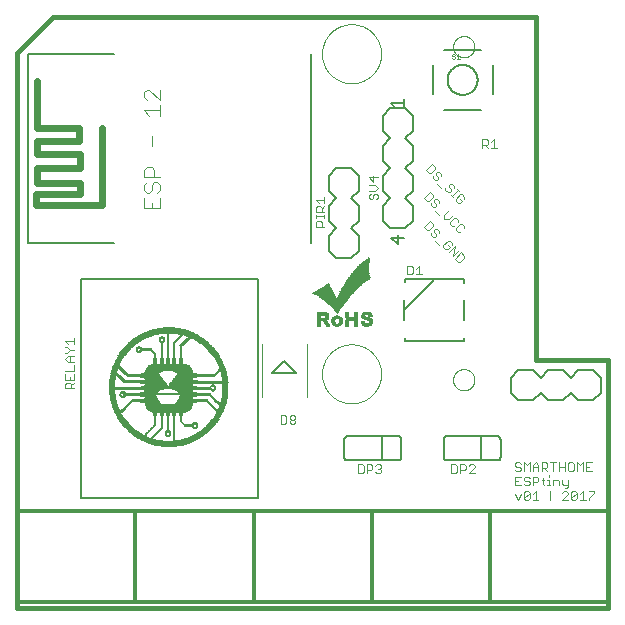
<source format=gto>
G75*
%MOIN*%
%OFA0B0*%
%FSLAX25Y25*%
%IPPOS*%
%LPD*%
%AMOC8*
5,1,8,0,0,1.08239X$1,22.5*
%
%ADD10C,0.00000*%
%ADD11C,0.00300*%
%ADD12C,0.01600*%
%ADD13C,0.00800*%
%ADD14C,0.00400*%
%ADD15C,0.01200*%
%ADD16R,0.00669X0.00039*%
%ADD17R,0.00866X0.00039*%
%ADD18R,0.00709X0.00039*%
%ADD19R,0.00906X0.00039*%
%ADD20R,0.01260X0.00039*%
%ADD21R,0.01496X0.00039*%
%ADD22R,0.01417X0.00039*%
%ADD23R,0.01339X0.00039*%
%ADD24R,0.00079X0.00039*%
%ADD25R,0.01654X0.00039*%
%ADD26R,0.01299X0.00039*%
%ADD27R,0.01535X0.00039*%
%ADD28R,0.01850X0.00039*%
%ADD29R,0.01575X0.00039*%
%ADD30R,0.01929X0.00039*%
%ADD31R,0.02362X0.00039*%
%ADD32R,0.01457X0.00039*%
%ADD33R,0.02008X0.00039*%
%ADD34R,0.02402X0.00039*%
%ADD35R,0.02244X0.00039*%
%ADD36R,0.02677X0.00039*%
%ADD37R,0.02323X0.00039*%
%ADD38R,0.02756X0.00039*%
%ADD39R,0.02835X0.00039*%
%ADD40R,0.02559X0.00039*%
%ADD41R,0.02992X0.00039*%
%ADD42R,0.02598X0.00039*%
%ADD43R,0.03071X0.00039*%
%ADD44R,0.03189X0.00039*%
%ADD45R,0.02795X0.00039*%
%ADD46R,0.03228X0.00039*%
%ADD47R,0.02913X0.00039*%
%ADD48R,0.03307X0.00039*%
%ADD49R,0.02953X0.00039*%
%ADD50R,0.03346X0.00039*%
%ADD51R,0.03425X0.00039*%
%ADD52R,0.03110X0.00039*%
%ADD53R,0.03504X0.00039*%
%ADD54R,0.03150X0.00039*%
%ADD55R,0.03543X0.00039*%
%ADD56R,0.00236X0.00039*%
%ADD57R,0.03622X0.00039*%
%ADD58R,0.03661X0.00039*%
%ADD59R,0.03701X0.00039*%
%ADD60R,0.03740X0.00039*%
%ADD61R,0.01220X0.00039*%
%ADD62R,0.01181X0.00039*%
%ADD63R,0.01378X0.00039*%
%ADD64R,0.01142X0.00039*%
%ADD65R,0.00394X0.00039*%
%ADD66R,0.00354X0.00039*%
%ADD67R,0.01102X0.00039*%
%ADD68R,0.01693X0.00039*%
%ADD69R,0.04331X0.00039*%
%ADD70R,0.01811X0.00039*%
%ADD71R,0.03031X0.00039*%
%ADD72R,0.00039X0.00039*%
%ADD73R,0.02205X0.00039*%
%ADD74R,0.04291X0.00039*%
%ADD75R,0.03386X0.00039*%
%ADD76R,0.02480X0.00039*%
%ADD77R,0.02520X0.00039*%
%ADD78R,0.03465X0.00039*%
%ADD79R,0.03583X0.00039*%
%ADD80R,0.02717X0.00039*%
%ADD81R,0.02874X0.00039*%
%ADD82R,0.03780X0.00039*%
%ADD83R,0.03819X0.00039*%
%ADD84R,0.03858X0.00039*%
%ADD85R,0.03898X0.00039*%
%ADD86R,0.02638X0.00039*%
%ADD87R,0.02126X0.00039*%
%ADD88R,0.02087X0.00039*%
%ADD89R,0.02047X0.00039*%
%ADD90R,0.02283X0.00039*%
%ADD91R,0.01614X0.00039*%
%ADD92R,0.01732X0.00039*%
%ADD93R,0.00276X0.00039*%
%ADD94R,0.00315X0.00039*%
%ADD95R,0.01024X0.00039*%
%ADD96R,0.00118X0.00039*%
%ADD97R,0.04016X0.00039*%
%ADD98R,0.03976X0.00039*%
%ADD99R,0.03937X0.00039*%
%ADD100R,0.03268X0.00039*%
%ADD101R,0.00157X0.00039*%
%ADD102R,0.02441X0.00039*%
%ADD103R,0.00472X0.00039*%
%ADD104R,0.00433X0.00039*%
%ADD105R,0.00512X0.00039*%
%ADD106R,0.00748X0.00039*%
%ADD107R,0.00827X0.00039*%
%ADD108R,0.00945X0.00039*%
%ADD109R,0.00984X0.00039*%
%ADD110R,0.01063X0.00039*%
%ADD111R,0.01772X0.00039*%
%ADD112R,0.01969X0.00039*%
%ADD113R,0.02165X0.00039*%
%ADD114R,0.04055X0.00039*%
%ADD115R,0.04094X0.00039*%
%ADD116R,0.04173X0.00039*%
%ADD117R,0.04252X0.00039*%
%ADD118R,0.04409X0.00039*%
%ADD119R,0.04528X0.00039*%
%ADD120R,0.04567X0.00039*%
%ADD121R,0.04646X0.00039*%
%ADD122R,0.04685X0.00039*%
%ADD123R,0.04764X0.00039*%
%ADD124R,0.04803X0.00039*%
%ADD125R,0.04921X0.00039*%
%ADD126R,0.05039X0.00039*%
%ADD127R,0.05118X0.00039*%
%ADD128R,0.05157X0.00039*%
%ADD129R,0.05236X0.00039*%
%ADD130R,0.05354X0.00039*%
%ADD131R,0.05394X0.00039*%
%ADD132R,0.05472X0.00039*%
%ADD133R,0.05551X0.00039*%
%ADD134R,0.05591X0.00039*%
%ADD135R,0.05709X0.00039*%
%ADD136R,0.05748X0.00039*%
%ADD137R,0.05906X0.00039*%
%ADD138R,0.05984X0.00039*%
%ADD139R,0.06024X0.00039*%
%ADD140R,0.06142X0.00039*%
%ADD141R,0.06181X0.00039*%
%ADD142R,0.06260X0.00039*%
%ADD143R,0.06299X0.00039*%
%ADD144R,0.06417X0.00039*%
%ADD145R,0.06378X0.00039*%
%ADD146R,0.06496X0.00039*%
%ADD147R,0.06654X0.00039*%
%ADD148R,0.06693X0.00039*%
%ADD149R,0.06772X0.00039*%
%ADD150R,0.06850X0.00039*%
%ADD151R,0.06890X0.00039*%
%ADD152R,0.07008X0.00039*%
%ADD153R,0.07087X0.00039*%
%ADD154R,0.07165X0.00039*%
%ADD155R,0.07244X0.00039*%
%ADD156R,0.07323X0.00039*%
%ADD157R,0.07402X0.00039*%
%ADD158R,0.07480X0.00039*%
%ADD159R,0.07598X0.00039*%
%ADD160R,0.07677X0.00039*%
%ADD161R,0.07795X0.00039*%
%ADD162R,0.07874X0.00039*%
%ADD163R,0.07992X0.00039*%
%ADD164R,0.08031X0.00039*%
%ADD165R,0.08150X0.00039*%
%ADD166R,0.08189X0.00039*%
%ADD167R,0.08307X0.00039*%
%ADD168R,0.08228X0.00039*%
%ADD169R,0.08425X0.00039*%
%ADD170R,0.08622X0.00039*%
%ADD171R,0.04882X0.00039*%
%ADD172R,0.04961X0.00039*%
%ADD173R,0.05197X0.00039*%
%ADD174R,0.05276X0.00039*%
%ADD175R,0.05315X0.00039*%
%ADD176R,0.05630X0.00039*%
%ADD177R,0.05669X0.00039*%
%ADD178R,0.04134X0.00039*%
%ADD179R,0.05866X0.00039*%
%ADD180R,0.05827X0.00039*%
%ADD181R,0.05945X0.00039*%
%ADD182R,0.04213X0.00039*%
%ADD183R,0.06063X0.00039*%
%ADD184R,0.06220X0.00039*%
%ADD185R,0.06339X0.00039*%
%ADD186R,0.04370X0.00039*%
%ADD187R,0.06535X0.00039*%
%ADD188R,0.06614X0.00039*%
%ADD189R,0.06732X0.00039*%
%ADD190R,0.04449X0.00039*%
%ADD191R,0.06811X0.00039*%
%ADD192R,0.04488X0.00039*%
%ADD193R,0.04606X0.00039*%
%ADD194R,0.05512X0.00039*%
%ADD195R,0.04724X0.00039*%
%ADD196R,0.05079X0.00039*%
%ADD197R,0.04843X0.00039*%
%ADD198R,0.05000X0.00039*%
%ADD199R,0.00630X0.00039*%
%ADD200R,0.05787X0.00039*%
%ADD201R,0.00551X0.00039*%
%ADD202R,0.00197X0.00039*%
%ADD203R,0.06102X0.00039*%
%ADD204R,0.06457X0.00039*%
%ADD205R,0.06575X0.00039*%
%ADD206R,0.07047X0.00039*%
%ADD207R,0.07205X0.00039*%
%ADD208R,0.07283X0.00039*%
%ADD209R,0.07520X0.00039*%
%ADD210R,0.07441X0.00039*%
%ADD211R,0.07362X0.00039*%
%ADD212R,0.07126X0.00039*%
%ADD213R,0.06969X0.00039*%
%ADD214R,0.05433X0.00039*%
%ADD215R,0.01890X0.00039*%
%ADD216R,0.00787X0.00039*%
%ADD217R,0.00591X0.00039*%
%ADD218R,0.04035X0.00098*%
%ADD219R,0.05610X0.00098*%
%ADD220R,0.06890X0.00098*%
%ADD221R,0.07972X0.00098*%
%ADD222R,0.08858X0.00098*%
%ADD223R,0.09744X0.00098*%
%ADD224R,0.10531X0.00098*%
%ADD225R,0.11122X0.00098*%
%ADD226R,0.11909X0.00098*%
%ADD227R,0.12500X0.00098*%
%ADD228R,0.13091X0.00098*%
%ADD229R,0.13681X0.00098*%
%ADD230R,0.14075X0.00098*%
%ADD231R,0.14665X0.00098*%
%ADD232R,0.15059X0.00098*%
%ADD233R,0.15650X0.00098*%
%ADD234R,0.16043X0.00098*%
%ADD235R,0.16437X0.00098*%
%ADD236R,0.16831X0.00098*%
%ADD237R,0.06791X0.00098*%
%ADD238R,0.07087X0.00098*%
%ADD239R,0.06299X0.00098*%
%ADD240R,0.00689X0.00098*%
%ADD241R,0.05906X0.00098*%
%ADD242R,0.05807X0.00098*%
%ADD243R,0.05512X0.00098*%
%ADD244R,0.05217X0.00098*%
%ADD245R,0.05315X0.00098*%
%ADD246R,0.05020X0.00098*%
%ADD247R,0.05118X0.00098*%
%ADD248R,0.04921X0.00098*%
%ADD249R,0.04724X0.00098*%
%ADD250R,0.04626X0.00098*%
%ADD251R,0.04528X0.00098*%
%ADD252R,0.04331X0.00098*%
%ADD253R,0.04232X0.00098*%
%ADD254R,0.00984X0.00098*%
%ADD255R,0.04134X0.00098*%
%ADD256R,0.03937X0.00098*%
%ADD257R,0.00492X0.00098*%
%ADD258R,0.03839X0.00098*%
%ADD259R,0.01083X0.00098*%
%ADD260R,0.01378X0.00098*%
%ADD261R,0.01575X0.00098*%
%ADD262R,0.03740X0.00098*%
%ADD263R,0.01772X0.00098*%
%ADD264R,0.03642X0.00098*%
%ADD265R,0.01870X0.00098*%
%ADD266R,0.01969X0.00098*%
%ADD267R,0.03543X0.00098*%
%ADD268R,0.00886X0.00098*%
%ADD269R,0.03445X0.00098*%
%ADD270R,0.00787X0.00098*%
%ADD271R,0.03346X0.00098*%
%ADD272R,0.03248X0.00098*%
%ADD273R,0.03150X0.00098*%
%ADD274R,0.02067X0.00098*%
%ADD275R,0.03051X0.00098*%
%ADD276R,0.01673X0.00098*%
%ADD277R,0.01476X0.00098*%
%ADD278R,0.02953X0.00098*%
%ADD279R,0.01280X0.00098*%
%ADD280R,0.02854X0.00098*%
%ADD281R,0.02756X0.00098*%
%ADD282R,0.01181X0.00098*%
%ADD283R,0.02657X0.00098*%
%ADD284R,0.02559X0.00098*%
%ADD285R,0.02461X0.00098*%
%ADD286R,0.02362X0.00098*%
%ADD287R,0.02264X0.00098*%
%ADD288R,0.02165X0.00098*%
%ADD289R,0.12795X0.00098*%
%ADD290R,0.13287X0.00098*%
%ADD291R,0.13484X0.00098*%
%ADD292R,0.13976X0.00098*%
%ADD293R,0.14173X0.00098*%
%ADD294R,0.14370X0.00098*%
%ADD295R,0.14567X0.00098*%
%ADD296R,0.14862X0.00098*%
%ADD297R,0.15256X0.00098*%
%ADD298R,0.15354X0.00098*%
%ADD299R,0.15453X0.00098*%
%ADD300R,0.15748X0.00098*%
%ADD301R,0.15846X0.00098*%
%ADD302R,0.06004X0.00098*%
%ADD303R,0.06496X0.00098*%
%ADD304R,0.06102X0.00098*%
%ADD305R,0.05413X0.00098*%
%ADD306R,0.05709X0.00098*%
%ADD307R,0.06988X0.00098*%
%ADD308R,0.06398X0.00098*%
%ADD309R,0.09646X0.00098*%
%ADD310R,0.10630X0.00098*%
%ADD311R,0.09449X0.00098*%
%ADD312R,0.10433X0.00098*%
%ADD313R,0.09350X0.00098*%
%ADD314R,0.10335X0.00098*%
%ADD315R,0.09154X0.00098*%
%ADD316R,0.10138X0.00098*%
%ADD317R,0.09055X0.00098*%
%ADD318R,0.10039X0.00098*%
%ADD319R,0.09941X0.00098*%
%ADD320R,0.08760X0.00098*%
%ADD321R,0.04429X0.00098*%
%ADD322R,0.04823X0.00098*%
%ADD323R,0.10728X0.00098*%
%ADD324R,0.10236X0.00098*%
%ADD325R,0.29035X0.00098*%
%ADD326R,0.18996X0.00098*%
%ADD327R,0.07579X0.00098*%
%ADD328R,0.07677X0.00098*%
%ADD329R,0.07776X0.00098*%
%ADD330R,0.08465X0.00098*%
%ADD331R,0.18012X0.00098*%
%ADD332R,0.13386X0.00098*%
%ADD333R,0.18898X0.00098*%
%ADD334R,0.00394X0.00098*%
%ADD335R,0.19291X0.00098*%
%ADD336R,0.34055X0.00098*%
%ADD337R,0.34154X0.00098*%
%ADD338R,0.08169X0.00098*%
%ADD339R,0.08071X0.00098*%
%ADD340R,0.07480X0.00098*%
%ADD341R,0.07874X0.00098*%
%ADD342R,0.00591X0.00098*%
%ADD343R,0.07382X0.00098*%
%ADD344R,0.07283X0.00098*%
%ADD345R,0.08661X0.00098*%
%ADD346R,0.08563X0.00098*%
%ADD347R,0.19193X0.00098*%
%ADD348R,0.13878X0.00098*%
%ADD349R,0.19094X0.00098*%
%ADD350R,0.18701X0.00098*%
%ADD351R,0.08366X0.00098*%
%ADD352R,0.08268X0.00098*%
%ADD353R,0.06693X0.00098*%
%ADD354R,0.06201X0.00098*%
%ADD355R,0.06594X0.00098*%
%ADD356R,0.07185X0.00098*%
%ADD357R,0.11417X0.00098*%
%ADD358R,0.13189X0.00098*%
%ADD359R,0.11516X0.00098*%
%ADD360R,0.15551X0.00098*%
%ADD361R,0.14469X0.00098*%
%ADD362R,0.14272X0.00098*%
%ADD363R,0.12992X0.00098*%
%ADD364R,0.12598X0.00098*%
%ADD365R,0.12303X0.00098*%
%ADD366R,0.11713X0.00098*%
%ADD367C,0.00600*%
%ADD368C,0.00500*%
%ADD369C,0.02400*%
%ADD370C,0.00100*%
D10*
X0103374Y0079753D02*
X0103377Y0079995D01*
X0103386Y0080236D01*
X0103401Y0080477D01*
X0103421Y0080718D01*
X0103448Y0080958D01*
X0103481Y0081197D01*
X0103519Y0081436D01*
X0103563Y0081673D01*
X0103613Y0081910D01*
X0103669Y0082145D01*
X0103731Y0082378D01*
X0103798Y0082610D01*
X0103871Y0082841D01*
X0103949Y0083069D01*
X0104034Y0083295D01*
X0104123Y0083520D01*
X0104218Y0083742D01*
X0104319Y0083961D01*
X0104425Y0084179D01*
X0104536Y0084393D01*
X0104653Y0084605D01*
X0104774Y0084813D01*
X0104901Y0085019D01*
X0105033Y0085221D01*
X0105170Y0085421D01*
X0105311Y0085616D01*
X0105457Y0085809D01*
X0105608Y0085997D01*
X0105764Y0086182D01*
X0105924Y0086363D01*
X0106088Y0086540D01*
X0106257Y0086713D01*
X0106430Y0086882D01*
X0106607Y0087046D01*
X0106788Y0087206D01*
X0106973Y0087362D01*
X0107161Y0087513D01*
X0107354Y0087659D01*
X0107549Y0087800D01*
X0107749Y0087937D01*
X0107951Y0088069D01*
X0108157Y0088196D01*
X0108365Y0088317D01*
X0108577Y0088434D01*
X0108791Y0088545D01*
X0109009Y0088651D01*
X0109228Y0088752D01*
X0109450Y0088847D01*
X0109675Y0088936D01*
X0109901Y0089021D01*
X0110129Y0089099D01*
X0110360Y0089172D01*
X0110592Y0089239D01*
X0110825Y0089301D01*
X0111060Y0089357D01*
X0111297Y0089407D01*
X0111534Y0089451D01*
X0111773Y0089489D01*
X0112012Y0089522D01*
X0112252Y0089549D01*
X0112493Y0089569D01*
X0112734Y0089584D01*
X0112975Y0089593D01*
X0113217Y0089596D01*
X0113459Y0089593D01*
X0113700Y0089584D01*
X0113941Y0089569D01*
X0114182Y0089549D01*
X0114422Y0089522D01*
X0114661Y0089489D01*
X0114900Y0089451D01*
X0115137Y0089407D01*
X0115374Y0089357D01*
X0115609Y0089301D01*
X0115842Y0089239D01*
X0116074Y0089172D01*
X0116305Y0089099D01*
X0116533Y0089021D01*
X0116759Y0088936D01*
X0116984Y0088847D01*
X0117206Y0088752D01*
X0117425Y0088651D01*
X0117643Y0088545D01*
X0117857Y0088434D01*
X0118069Y0088317D01*
X0118277Y0088196D01*
X0118483Y0088069D01*
X0118685Y0087937D01*
X0118885Y0087800D01*
X0119080Y0087659D01*
X0119273Y0087513D01*
X0119461Y0087362D01*
X0119646Y0087206D01*
X0119827Y0087046D01*
X0120004Y0086882D01*
X0120177Y0086713D01*
X0120346Y0086540D01*
X0120510Y0086363D01*
X0120670Y0086182D01*
X0120826Y0085997D01*
X0120977Y0085809D01*
X0121123Y0085616D01*
X0121264Y0085421D01*
X0121401Y0085221D01*
X0121533Y0085019D01*
X0121660Y0084813D01*
X0121781Y0084605D01*
X0121898Y0084393D01*
X0122009Y0084179D01*
X0122115Y0083961D01*
X0122216Y0083742D01*
X0122311Y0083520D01*
X0122400Y0083295D01*
X0122485Y0083069D01*
X0122563Y0082841D01*
X0122636Y0082610D01*
X0122703Y0082378D01*
X0122765Y0082145D01*
X0122821Y0081910D01*
X0122871Y0081673D01*
X0122915Y0081436D01*
X0122953Y0081197D01*
X0122986Y0080958D01*
X0123013Y0080718D01*
X0123033Y0080477D01*
X0123048Y0080236D01*
X0123057Y0079995D01*
X0123060Y0079753D01*
X0123057Y0079511D01*
X0123048Y0079270D01*
X0123033Y0079029D01*
X0123013Y0078788D01*
X0122986Y0078548D01*
X0122953Y0078309D01*
X0122915Y0078070D01*
X0122871Y0077833D01*
X0122821Y0077596D01*
X0122765Y0077361D01*
X0122703Y0077128D01*
X0122636Y0076896D01*
X0122563Y0076665D01*
X0122485Y0076437D01*
X0122400Y0076211D01*
X0122311Y0075986D01*
X0122216Y0075764D01*
X0122115Y0075545D01*
X0122009Y0075327D01*
X0121898Y0075113D01*
X0121781Y0074901D01*
X0121660Y0074693D01*
X0121533Y0074487D01*
X0121401Y0074285D01*
X0121264Y0074085D01*
X0121123Y0073890D01*
X0120977Y0073697D01*
X0120826Y0073509D01*
X0120670Y0073324D01*
X0120510Y0073143D01*
X0120346Y0072966D01*
X0120177Y0072793D01*
X0120004Y0072624D01*
X0119827Y0072460D01*
X0119646Y0072300D01*
X0119461Y0072144D01*
X0119273Y0071993D01*
X0119080Y0071847D01*
X0118885Y0071706D01*
X0118685Y0071569D01*
X0118483Y0071437D01*
X0118277Y0071310D01*
X0118069Y0071189D01*
X0117857Y0071072D01*
X0117643Y0070961D01*
X0117425Y0070855D01*
X0117206Y0070754D01*
X0116984Y0070659D01*
X0116759Y0070570D01*
X0116533Y0070485D01*
X0116305Y0070407D01*
X0116074Y0070334D01*
X0115842Y0070267D01*
X0115609Y0070205D01*
X0115374Y0070149D01*
X0115137Y0070099D01*
X0114900Y0070055D01*
X0114661Y0070017D01*
X0114422Y0069984D01*
X0114182Y0069957D01*
X0113941Y0069937D01*
X0113700Y0069922D01*
X0113459Y0069913D01*
X0113217Y0069910D01*
X0112975Y0069913D01*
X0112734Y0069922D01*
X0112493Y0069937D01*
X0112252Y0069957D01*
X0112012Y0069984D01*
X0111773Y0070017D01*
X0111534Y0070055D01*
X0111297Y0070099D01*
X0111060Y0070149D01*
X0110825Y0070205D01*
X0110592Y0070267D01*
X0110360Y0070334D01*
X0110129Y0070407D01*
X0109901Y0070485D01*
X0109675Y0070570D01*
X0109450Y0070659D01*
X0109228Y0070754D01*
X0109009Y0070855D01*
X0108791Y0070961D01*
X0108577Y0071072D01*
X0108365Y0071189D01*
X0108157Y0071310D01*
X0107951Y0071437D01*
X0107749Y0071569D01*
X0107549Y0071706D01*
X0107354Y0071847D01*
X0107161Y0071993D01*
X0106973Y0072144D01*
X0106788Y0072300D01*
X0106607Y0072460D01*
X0106430Y0072624D01*
X0106257Y0072793D01*
X0106088Y0072966D01*
X0105924Y0073143D01*
X0105764Y0073324D01*
X0105608Y0073509D01*
X0105457Y0073697D01*
X0105311Y0073890D01*
X0105170Y0074085D01*
X0105033Y0074285D01*
X0104901Y0074487D01*
X0104774Y0074693D01*
X0104653Y0074901D01*
X0104536Y0075113D01*
X0104425Y0075327D01*
X0104319Y0075545D01*
X0104218Y0075764D01*
X0104123Y0075986D01*
X0104034Y0076211D01*
X0103949Y0076437D01*
X0103871Y0076665D01*
X0103798Y0076896D01*
X0103731Y0077128D01*
X0103669Y0077361D01*
X0103613Y0077596D01*
X0103563Y0077833D01*
X0103519Y0078070D01*
X0103481Y0078309D01*
X0103448Y0078548D01*
X0103421Y0078788D01*
X0103401Y0079029D01*
X0103386Y0079270D01*
X0103377Y0079511D01*
X0103374Y0079753D01*
X0147076Y0077784D02*
X0147078Y0077902D01*
X0147084Y0078021D01*
X0147094Y0078139D01*
X0147108Y0078256D01*
X0147125Y0078373D01*
X0147147Y0078490D01*
X0147173Y0078605D01*
X0147202Y0078720D01*
X0147235Y0078834D01*
X0147272Y0078946D01*
X0147313Y0079057D01*
X0147357Y0079167D01*
X0147405Y0079275D01*
X0147457Y0079382D01*
X0147512Y0079487D01*
X0147571Y0079590D01*
X0147633Y0079690D01*
X0147698Y0079789D01*
X0147767Y0079886D01*
X0147838Y0079980D01*
X0147913Y0080071D01*
X0147991Y0080161D01*
X0148072Y0080247D01*
X0148156Y0080331D01*
X0148242Y0080412D01*
X0148332Y0080490D01*
X0148423Y0080565D01*
X0148517Y0080636D01*
X0148614Y0080705D01*
X0148713Y0080770D01*
X0148813Y0080832D01*
X0148916Y0080891D01*
X0149021Y0080946D01*
X0149128Y0080998D01*
X0149236Y0081046D01*
X0149346Y0081090D01*
X0149457Y0081131D01*
X0149569Y0081168D01*
X0149683Y0081201D01*
X0149798Y0081230D01*
X0149913Y0081256D01*
X0150030Y0081278D01*
X0150147Y0081295D01*
X0150264Y0081309D01*
X0150382Y0081319D01*
X0150501Y0081325D01*
X0150619Y0081327D01*
X0150737Y0081325D01*
X0150856Y0081319D01*
X0150974Y0081309D01*
X0151091Y0081295D01*
X0151208Y0081278D01*
X0151325Y0081256D01*
X0151440Y0081230D01*
X0151555Y0081201D01*
X0151669Y0081168D01*
X0151781Y0081131D01*
X0151892Y0081090D01*
X0152002Y0081046D01*
X0152110Y0080998D01*
X0152217Y0080946D01*
X0152322Y0080891D01*
X0152425Y0080832D01*
X0152525Y0080770D01*
X0152624Y0080705D01*
X0152721Y0080636D01*
X0152815Y0080565D01*
X0152906Y0080490D01*
X0152996Y0080412D01*
X0153082Y0080331D01*
X0153166Y0080247D01*
X0153247Y0080161D01*
X0153325Y0080071D01*
X0153400Y0079980D01*
X0153471Y0079886D01*
X0153540Y0079789D01*
X0153605Y0079690D01*
X0153667Y0079590D01*
X0153726Y0079487D01*
X0153781Y0079382D01*
X0153833Y0079275D01*
X0153881Y0079167D01*
X0153925Y0079057D01*
X0153966Y0078946D01*
X0154003Y0078834D01*
X0154036Y0078720D01*
X0154065Y0078605D01*
X0154091Y0078490D01*
X0154113Y0078373D01*
X0154130Y0078256D01*
X0154144Y0078139D01*
X0154154Y0078021D01*
X0154160Y0077902D01*
X0154162Y0077784D01*
X0154160Y0077666D01*
X0154154Y0077547D01*
X0154144Y0077429D01*
X0154130Y0077312D01*
X0154113Y0077195D01*
X0154091Y0077078D01*
X0154065Y0076963D01*
X0154036Y0076848D01*
X0154003Y0076734D01*
X0153966Y0076622D01*
X0153925Y0076511D01*
X0153881Y0076401D01*
X0153833Y0076293D01*
X0153781Y0076186D01*
X0153726Y0076081D01*
X0153667Y0075978D01*
X0153605Y0075878D01*
X0153540Y0075779D01*
X0153471Y0075682D01*
X0153400Y0075588D01*
X0153325Y0075497D01*
X0153247Y0075407D01*
X0153166Y0075321D01*
X0153082Y0075237D01*
X0152996Y0075156D01*
X0152906Y0075078D01*
X0152815Y0075003D01*
X0152721Y0074932D01*
X0152624Y0074863D01*
X0152525Y0074798D01*
X0152425Y0074736D01*
X0152322Y0074677D01*
X0152217Y0074622D01*
X0152110Y0074570D01*
X0152002Y0074522D01*
X0151892Y0074478D01*
X0151781Y0074437D01*
X0151669Y0074400D01*
X0151555Y0074367D01*
X0151440Y0074338D01*
X0151325Y0074312D01*
X0151208Y0074290D01*
X0151091Y0074273D01*
X0150974Y0074259D01*
X0150856Y0074249D01*
X0150737Y0074243D01*
X0150619Y0074241D01*
X0150501Y0074243D01*
X0150382Y0074249D01*
X0150264Y0074259D01*
X0150147Y0074273D01*
X0150030Y0074290D01*
X0149913Y0074312D01*
X0149798Y0074338D01*
X0149683Y0074367D01*
X0149569Y0074400D01*
X0149457Y0074437D01*
X0149346Y0074478D01*
X0149236Y0074522D01*
X0149128Y0074570D01*
X0149021Y0074622D01*
X0148916Y0074677D01*
X0148813Y0074736D01*
X0148713Y0074798D01*
X0148614Y0074863D01*
X0148517Y0074932D01*
X0148423Y0075003D01*
X0148332Y0075078D01*
X0148242Y0075156D01*
X0148156Y0075237D01*
X0148072Y0075321D01*
X0147991Y0075407D01*
X0147913Y0075497D01*
X0147838Y0075588D01*
X0147767Y0075682D01*
X0147698Y0075779D01*
X0147633Y0075878D01*
X0147571Y0075978D01*
X0147512Y0076081D01*
X0147457Y0076186D01*
X0147405Y0076293D01*
X0147357Y0076401D01*
X0147313Y0076511D01*
X0147272Y0076622D01*
X0147235Y0076734D01*
X0147202Y0076848D01*
X0147173Y0076963D01*
X0147147Y0077078D01*
X0147125Y0077195D01*
X0147108Y0077312D01*
X0147094Y0077429D01*
X0147084Y0077547D01*
X0147078Y0077666D01*
X0147076Y0077784D01*
X0103374Y0186446D02*
X0103377Y0186688D01*
X0103386Y0186929D01*
X0103401Y0187170D01*
X0103421Y0187411D01*
X0103448Y0187651D01*
X0103481Y0187890D01*
X0103519Y0188129D01*
X0103563Y0188366D01*
X0103613Y0188603D01*
X0103669Y0188838D01*
X0103731Y0189071D01*
X0103798Y0189303D01*
X0103871Y0189534D01*
X0103949Y0189762D01*
X0104034Y0189988D01*
X0104123Y0190213D01*
X0104218Y0190435D01*
X0104319Y0190654D01*
X0104425Y0190872D01*
X0104536Y0191086D01*
X0104653Y0191298D01*
X0104774Y0191506D01*
X0104901Y0191712D01*
X0105033Y0191914D01*
X0105170Y0192114D01*
X0105311Y0192309D01*
X0105457Y0192502D01*
X0105608Y0192690D01*
X0105764Y0192875D01*
X0105924Y0193056D01*
X0106088Y0193233D01*
X0106257Y0193406D01*
X0106430Y0193575D01*
X0106607Y0193739D01*
X0106788Y0193899D01*
X0106973Y0194055D01*
X0107161Y0194206D01*
X0107354Y0194352D01*
X0107549Y0194493D01*
X0107749Y0194630D01*
X0107951Y0194762D01*
X0108157Y0194889D01*
X0108365Y0195010D01*
X0108577Y0195127D01*
X0108791Y0195238D01*
X0109009Y0195344D01*
X0109228Y0195445D01*
X0109450Y0195540D01*
X0109675Y0195629D01*
X0109901Y0195714D01*
X0110129Y0195792D01*
X0110360Y0195865D01*
X0110592Y0195932D01*
X0110825Y0195994D01*
X0111060Y0196050D01*
X0111297Y0196100D01*
X0111534Y0196144D01*
X0111773Y0196182D01*
X0112012Y0196215D01*
X0112252Y0196242D01*
X0112493Y0196262D01*
X0112734Y0196277D01*
X0112975Y0196286D01*
X0113217Y0196289D01*
X0113459Y0196286D01*
X0113700Y0196277D01*
X0113941Y0196262D01*
X0114182Y0196242D01*
X0114422Y0196215D01*
X0114661Y0196182D01*
X0114900Y0196144D01*
X0115137Y0196100D01*
X0115374Y0196050D01*
X0115609Y0195994D01*
X0115842Y0195932D01*
X0116074Y0195865D01*
X0116305Y0195792D01*
X0116533Y0195714D01*
X0116759Y0195629D01*
X0116984Y0195540D01*
X0117206Y0195445D01*
X0117425Y0195344D01*
X0117643Y0195238D01*
X0117857Y0195127D01*
X0118069Y0195010D01*
X0118277Y0194889D01*
X0118483Y0194762D01*
X0118685Y0194630D01*
X0118885Y0194493D01*
X0119080Y0194352D01*
X0119273Y0194206D01*
X0119461Y0194055D01*
X0119646Y0193899D01*
X0119827Y0193739D01*
X0120004Y0193575D01*
X0120177Y0193406D01*
X0120346Y0193233D01*
X0120510Y0193056D01*
X0120670Y0192875D01*
X0120826Y0192690D01*
X0120977Y0192502D01*
X0121123Y0192309D01*
X0121264Y0192114D01*
X0121401Y0191914D01*
X0121533Y0191712D01*
X0121660Y0191506D01*
X0121781Y0191298D01*
X0121898Y0191086D01*
X0122009Y0190872D01*
X0122115Y0190654D01*
X0122216Y0190435D01*
X0122311Y0190213D01*
X0122400Y0189988D01*
X0122485Y0189762D01*
X0122563Y0189534D01*
X0122636Y0189303D01*
X0122703Y0189071D01*
X0122765Y0188838D01*
X0122821Y0188603D01*
X0122871Y0188366D01*
X0122915Y0188129D01*
X0122953Y0187890D01*
X0122986Y0187651D01*
X0123013Y0187411D01*
X0123033Y0187170D01*
X0123048Y0186929D01*
X0123057Y0186688D01*
X0123060Y0186446D01*
X0123057Y0186204D01*
X0123048Y0185963D01*
X0123033Y0185722D01*
X0123013Y0185481D01*
X0122986Y0185241D01*
X0122953Y0185002D01*
X0122915Y0184763D01*
X0122871Y0184526D01*
X0122821Y0184289D01*
X0122765Y0184054D01*
X0122703Y0183821D01*
X0122636Y0183589D01*
X0122563Y0183358D01*
X0122485Y0183130D01*
X0122400Y0182904D01*
X0122311Y0182679D01*
X0122216Y0182457D01*
X0122115Y0182238D01*
X0122009Y0182020D01*
X0121898Y0181806D01*
X0121781Y0181594D01*
X0121660Y0181386D01*
X0121533Y0181180D01*
X0121401Y0180978D01*
X0121264Y0180778D01*
X0121123Y0180583D01*
X0120977Y0180390D01*
X0120826Y0180202D01*
X0120670Y0180017D01*
X0120510Y0179836D01*
X0120346Y0179659D01*
X0120177Y0179486D01*
X0120004Y0179317D01*
X0119827Y0179153D01*
X0119646Y0178993D01*
X0119461Y0178837D01*
X0119273Y0178686D01*
X0119080Y0178540D01*
X0118885Y0178399D01*
X0118685Y0178262D01*
X0118483Y0178130D01*
X0118277Y0178003D01*
X0118069Y0177882D01*
X0117857Y0177765D01*
X0117643Y0177654D01*
X0117425Y0177548D01*
X0117206Y0177447D01*
X0116984Y0177352D01*
X0116759Y0177263D01*
X0116533Y0177178D01*
X0116305Y0177100D01*
X0116074Y0177027D01*
X0115842Y0176960D01*
X0115609Y0176898D01*
X0115374Y0176842D01*
X0115137Y0176792D01*
X0114900Y0176748D01*
X0114661Y0176710D01*
X0114422Y0176677D01*
X0114182Y0176650D01*
X0113941Y0176630D01*
X0113700Y0176615D01*
X0113459Y0176606D01*
X0113217Y0176603D01*
X0112975Y0176606D01*
X0112734Y0176615D01*
X0112493Y0176630D01*
X0112252Y0176650D01*
X0112012Y0176677D01*
X0111773Y0176710D01*
X0111534Y0176748D01*
X0111297Y0176792D01*
X0111060Y0176842D01*
X0110825Y0176898D01*
X0110592Y0176960D01*
X0110360Y0177027D01*
X0110129Y0177100D01*
X0109901Y0177178D01*
X0109675Y0177263D01*
X0109450Y0177352D01*
X0109228Y0177447D01*
X0109009Y0177548D01*
X0108791Y0177654D01*
X0108577Y0177765D01*
X0108365Y0177882D01*
X0108157Y0178003D01*
X0107951Y0178130D01*
X0107749Y0178262D01*
X0107549Y0178399D01*
X0107354Y0178540D01*
X0107161Y0178686D01*
X0106973Y0178837D01*
X0106788Y0178993D01*
X0106607Y0179153D01*
X0106430Y0179317D01*
X0106257Y0179486D01*
X0106088Y0179659D01*
X0105924Y0179836D01*
X0105764Y0180017D01*
X0105608Y0180202D01*
X0105457Y0180390D01*
X0105311Y0180583D01*
X0105170Y0180778D01*
X0105033Y0180978D01*
X0104901Y0181180D01*
X0104774Y0181386D01*
X0104653Y0181594D01*
X0104536Y0181806D01*
X0104425Y0182020D01*
X0104319Y0182238D01*
X0104218Y0182457D01*
X0104123Y0182679D01*
X0104034Y0182904D01*
X0103949Y0183130D01*
X0103871Y0183358D01*
X0103798Y0183589D01*
X0103731Y0183821D01*
X0103669Y0184054D01*
X0103613Y0184289D01*
X0103563Y0184526D01*
X0103519Y0184763D01*
X0103481Y0185002D01*
X0103448Y0185241D01*
X0103421Y0185481D01*
X0103401Y0185722D01*
X0103386Y0185963D01*
X0103377Y0186204D01*
X0103374Y0186446D01*
X0147076Y0188808D02*
X0147078Y0188926D01*
X0147084Y0189045D01*
X0147094Y0189163D01*
X0147108Y0189280D01*
X0147125Y0189397D01*
X0147147Y0189514D01*
X0147173Y0189629D01*
X0147202Y0189744D01*
X0147235Y0189858D01*
X0147272Y0189970D01*
X0147313Y0190081D01*
X0147357Y0190191D01*
X0147405Y0190299D01*
X0147457Y0190406D01*
X0147512Y0190511D01*
X0147571Y0190614D01*
X0147633Y0190714D01*
X0147698Y0190813D01*
X0147767Y0190910D01*
X0147838Y0191004D01*
X0147913Y0191095D01*
X0147991Y0191185D01*
X0148072Y0191271D01*
X0148156Y0191355D01*
X0148242Y0191436D01*
X0148332Y0191514D01*
X0148423Y0191589D01*
X0148517Y0191660D01*
X0148614Y0191729D01*
X0148713Y0191794D01*
X0148813Y0191856D01*
X0148916Y0191915D01*
X0149021Y0191970D01*
X0149128Y0192022D01*
X0149236Y0192070D01*
X0149346Y0192114D01*
X0149457Y0192155D01*
X0149569Y0192192D01*
X0149683Y0192225D01*
X0149798Y0192254D01*
X0149913Y0192280D01*
X0150030Y0192302D01*
X0150147Y0192319D01*
X0150264Y0192333D01*
X0150382Y0192343D01*
X0150501Y0192349D01*
X0150619Y0192351D01*
X0150737Y0192349D01*
X0150856Y0192343D01*
X0150974Y0192333D01*
X0151091Y0192319D01*
X0151208Y0192302D01*
X0151325Y0192280D01*
X0151440Y0192254D01*
X0151555Y0192225D01*
X0151669Y0192192D01*
X0151781Y0192155D01*
X0151892Y0192114D01*
X0152002Y0192070D01*
X0152110Y0192022D01*
X0152217Y0191970D01*
X0152322Y0191915D01*
X0152425Y0191856D01*
X0152525Y0191794D01*
X0152624Y0191729D01*
X0152721Y0191660D01*
X0152815Y0191589D01*
X0152906Y0191514D01*
X0152996Y0191436D01*
X0153082Y0191355D01*
X0153166Y0191271D01*
X0153247Y0191185D01*
X0153325Y0191095D01*
X0153400Y0191004D01*
X0153471Y0190910D01*
X0153540Y0190813D01*
X0153605Y0190714D01*
X0153667Y0190614D01*
X0153726Y0190511D01*
X0153781Y0190406D01*
X0153833Y0190299D01*
X0153881Y0190191D01*
X0153925Y0190081D01*
X0153966Y0189970D01*
X0154003Y0189858D01*
X0154036Y0189744D01*
X0154065Y0189629D01*
X0154091Y0189514D01*
X0154113Y0189397D01*
X0154130Y0189280D01*
X0154144Y0189163D01*
X0154154Y0189045D01*
X0154160Y0188926D01*
X0154162Y0188808D01*
X0154160Y0188690D01*
X0154154Y0188571D01*
X0154144Y0188453D01*
X0154130Y0188336D01*
X0154113Y0188219D01*
X0154091Y0188102D01*
X0154065Y0187987D01*
X0154036Y0187872D01*
X0154003Y0187758D01*
X0153966Y0187646D01*
X0153925Y0187535D01*
X0153881Y0187425D01*
X0153833Y0187317D01*
X0153781Y0187210D01*
X0153726Y0187105D01*
X0153667Y0187002D01*
X0153605Y0186902D01*
X0153540Y0186803D01*
X0153471Y0186706D01*
X0153400Y0186612D01*
X0153325Y0186521D01*
X0153247Y0186431D01*
X0153166Y0186345D01*
X0153082Y0186261D01*
X0152996Y0186180D01*
X0152906Y0186102D01*
X0152815Y0186027D01*
X0152721Y0185956D01*
X0152624Y0185887D01*
X0152525Y0185822D01*
X0152425Y0185760D01*
X0152322Y0185701D01*
X0152217Y0185646D01*
X0152110Y0185594D01*
X0152002Y0185546D01*
X0151892Y0185502D01*
X0151781Y0185461D01*
X0151669Y0185424D01*
X0151555Y0185391D01*
X0151440Y0185362D01*
X0151325Y0185336D01*
X0151208Y0185314D01*
X0151091Y0185297D01*
X0150974Y0185283D01*
X0150856Y0185273D01*
X0150737Y0185267D01*
X0150619Y0185265D01*
X0150501Y0185267D01*
X0150382Y0185273D01*
X0150264Y0185283D01*
X0150147Y0185297D01*
X0150030Y0185314D01*
X0149913Y0185336D01*
X0149798Y0185362D01*
X0149683Y0185391D01*
X0149569Y0185424D01*
X0149457Y0185461D01*
X0149346Y0185502D01*
X0149236Y0185546D01*
X0149128Y0185594D01*
X0149021Y0185646D01*
X0148916Y0185701D01*
X0148813Y0185760D01*
X0148713Y0185822D01*
X0148614Y0185887D01*
X0148517Y0185956D01*
X0148423Y0186027D01*
X0148332Y0186102D01*
X0148242Y0186180D01*
X0148156Y0186261D01*
X0148072Y0186345D01*
X0147991Y0186431D01*
X0147913Y0186521D01*
X0147838Y0186612D01*
X0147767Y0186706D01*
X0147698Y0186803D01*
X0147633Y0186902D01*
X0147571Y0187002D01*
X0147512Y0187105D01*
X0147457Y0187210D01*
X0147405Y0187317D01*
X0147357Y0187425D01*
X0147313Y0187535D01*
X0147272Y0187646D01*
X0147235Y0187758D01*
X0147202Y0187872D01*
X0147173Y0187987D01*
X0147147Y0188102D01*
X0147125Y0188219D01*
X0147108Y0188336D01*
X0147094Y0188453D01*
X0147084Y0188571D01*
X0147078Y0188690D01*
X0147076Y0188808D01*
D11*
X0156793Y0157884D02*
X0158244Y0157884D01*
X0158727Y0157400D01*
X0158727Y0156433D01*
X0158244Y0155949D01*
X0156793Y0155949D01*
X0157760Y0155949D02*
X0158727Y0154981D01*
X0159739Y0154981D02*
X0161674Y0154981D01*
X0160707Y0154981D02*
X0160707Y0157884D01*
X0159739Y0156916D01*
X0156793Y0157884D02*
X0156793Y0154981D01*
X0146588Y0143024D02*
X0145904Y0143024D01*
X0145562Y0142682D01*
X0145562Y0141998D01*
X0146246Y0141314D01*
X0146246Y0140630D01*
X0145904Y0140288D01*
X0145220Y0140288D01*
X0144535Y0140972D01*
X0144535Y0141656D01*
X0143136Y0141687D02*
X0141768Y0143055D01*
X0141737Y0144455D02*
X0141053Y0144455D01*
X0140368Y0145139D01*
X0140368Y0145823D01*
X0139653Y0146538D02*
X0141021Y0147906D01*
X0141021Y0148590D01*
X0139995Y0149617D01*
X0137943Y0147564D01*
X0138969Y0146538D01*
X0139653Y0146538D01*
X0141395Y0146849D02*
X0141395Y0146165D01*
X0142079Y0145481D01*
X0142079Y0144797D01*
X0141737Y0144455D01*
X0143105Y0145823D02*
X0143105Y0146507D01*
X0142421Y0147191D01*
X0141737Y0147191D01*
X0141395Y0146849D01*
X0146588Y0143024D02*
X0147272Y0142340D01*
X0147272Y0141656D01*
X0148329Y0141283D02*
X0149013Y0140598D01*
X0148671Y0140940D02*
X0146619Y0138888D01*
X0146277Y0139230D02*
X0146961Y0138546D01*
X0148008Y0138183D02*
X0148008Y0137499D01*
X0148692Y0136815D01*
X0149376Y0136815D01*
X0150060Y0137499D01*
X0149376Y0138183D01*
X0149376Y0139551D02*
X0148008Y0138183D01*
X0149376Y0139551D02*
X0150060Y0139551D01*
X0150744Y0138867D01*
X0150744Y0138183D01*
X0146919Y0132850D02*
X0145551Y0131482D01*
X0144183Y0131482D01*
X0144183Y0132850D01*
X0145551Y0134218D01*
X0147293Y0131792D02*
X0145924Y0130424D01*
X0145924Y0129740D01*
X0146609Y0129056D01*
X0147293Y0129056D01*
X0148008Y0128341D02*
X0148008Y0127657D01*
X0148692Y0126972D01*
X0149376Y0126972D01*
X0148008Y0128341D02*
X0149376Y0129709D01*
X0150060Y0129709D01*
X0150744Y0129025D01*
X0150744Y0128341D01*
X0148661Y0130424D02*
X0148661Y0131108D01*
X0147977Y0131792D01*
X0147293Y0131792D01*
X0142442Y0132539D02*
X0141073Y0133907D01*
X0141042Y0135307D02*
X0140358Y0135307D01*
X0139674Y0135991D01*
X0139674Y0136675D01*
X0138959Y0137390D02*
X0140327Y0138758D01*
X0140327Y0139442D01*
X0139301Y0140469D01*
X0137248Y0138416D01*
X0138275Y0137390D01*
X0138959Y0137390D01*
X0140700Y0137701D02*
X0140700Y0137017D01*
X0141384Y0136333D01*
X0141384Y0135649D01*
X0141042Y0135307D01*
X0142410Y0136675D02*
X0142410Y0137359D01*
X0141726Y0138043D01*
X0141042Y0138043D01*
X0140700Y0137701D01*
X0139301Y0130626D02*
X0140327Y0129600D01*
X0140327Y0128916D01*
X0138959Y0127548D01*
X0138275Y0127548D01*
X0137248Y0128574D01*
X0139301Y0130626D01*
X0141042Y0128200D02*
X0140700Y0127858D01*
X0140700Y0127174D01*
X0141384Y0126490D01*
X0141384Y0125806D01*
X0141042Y0125464D01*
X0140358Y0125464D01*
X0139674Y0126148D01*
X0139674Y0126832D01*
X0141042Y0128200D02*
X0141726Y0128200D01*
X0142410Y0127516D01*
X0142410Y0126832D01*
X0141073Y0124065D02*
X0142442Y0122696D01*
X0143841Y0122665D02*
X0143841Y0121981D01*
X0144525Y0121297D01*
X0145209Y0121297D01*
X0145893Y0121981D01*
X0145209Y0122665D01*
X0145209Y0124033D02*
X0143841Y0122665D01*
X0145209Y0124033D02*
X0145893Y0124033D01*
X0146577Y0123349D01*
X0146577Y0122665D01*
X0147635Y0122292D02*
X0146951Y0118871D01*
X0149003Y0120924D01*
X0149718Y0120208D02*
X0150744Y0119182D01*
X0150744Y0118498D01*
X0149376Y0117130D01*
X0148692Y0117130D01*
X0147666Y0118156D01*
X0149718Y0120208D01*
X0147635Y0122292D02*
X0145582Y0120240D01*
X0136553Y0112923D02*
X0134618Y0112923D01*
X0135585Y0112923D02*
X0135585Y0115826D01*
X0134618Y0114858D01*
X0133606Y0115342D02*
X0133606Y0113407D01*
X0133122Y0112923D01*
X0131671Y0112923D01*
X0131671Y0115826D01*
X0133122Y0115826D01*
X0133606Y0115342D01*
X0121496Y0137914D02*
X0121980Y0138397D01*
X0121980Y0139365D01*
X0121496Y0139849D01*
X0121012Y0139849D01*
X0120529Y0139365D01*
X0120529Y0138397D01*
X0120045Y0137914D01*
X0119561Y0137914D01*
X0119077Y0138397D01*
X0119077Y0139365D01*
X0119561Y0139849D01*
X0119077Y0140860D02*
X0121012Y0140860D01*
X0121980Y0141828D01*
X0121012Y0142795D01*
X0119077Y0142795D01*
X0120529Y0143807D02*
X0119077Y0145258D01*
X0121980Y0145258D01*
X0120529Y0145742D02*
X0120529Y0143807D01*
X0104200Y0138624D02*
X0104200Y0136689D01*
X0104200Y0137656D02*
X0101298Y0137656D01*
X0102265Y0136689D01*
X0101782Y0135677D02*
X0102749Y0135677D01*
X0103233Y0135194D01*
X0103233Y0133742D01*
X0104200Y0133742D02*
X0101298Y0133742D01*
X0101298Y0135194D01*
X0101782Y0135677D01*
X0103233Y0134710D02*
X0104200Y0135677D01*
X0104200Y0132746D02*
X0104200Y0131778D01*
X0104200Y0132262D02*
X0101298Y0132262D01*
X0101298Y0131778D02*
X0101298Y0132746D01*
X0101782Y0130766D02*
X0102749Y0130766D01*
X0103233Y0130283D01*
X0103233Y0128832D01*
X0104200Y0128832D02*
X0101298Y0128832D01*
X0101298Y0130283D01*
X0101782Y0130766D01*
X0093994Y0065987D02*
X0094478Y0065503D01*
X0094478Y0065020D01*
X0093994Y0064536D01*
X0093027Y0064536D01*
X0092543Y0065020D01*
X0092543Y0065503D01*
X0093027Y0065987D01*
X0093994Y0065987D01*
X0093994Y0064536D02*
X0094478Y0064052D01*
X0094478Y0063568D01*
X0093994Y0063085D01*
X0093027Y0063085D01*
X0092543Y0063568D01*
X0092543Y0064052D01*
X0093027Y0064536D01*
X0091531Y0063568D02*
X0091531Y0065503D01*
X0091048Y0065987D01*
X0089596Y0065987D01*
X0089596Y0063085D01*
X0091048Y0063085D01*
X0091531Y0063568D01*
X0115285Y0049616D02*
X0115285Y0046714D01*
X0116736Y0046714D01*
X0117220Y0047198D01*
X0117220Y0049133D01*
X0116736Y0049616D01*
X0115285Y0049616D01*
X0118231Y0049616D02*
X0118231Y0046714D01*
X0118231Y0047681D02*
X0119682Y0047681D01*
X0120166Y0048165D01*
X0120166Y0049133D01*
X0119682Y0049616D01*
X0118231Y0049616D01*
X0121178Y0049133D02*
X0121661Y0049616D01*
X0122629Y0049616D01*
X0123113Y0049133D01*
X0123113Y0048649D01*
X0122629Y0048165D01*
X0123113Y0047681D01*
X0123113Y0047198D01*
X0122629Y0046714D01*
X0121661Y0046714D01*
X0121178Y0047198D01*
X0122145Y0048165D02*
X0122629Y0048165D01*
X0146387Y0046714D02*
X0147838Y0046714D01*
X0148322Y0047198D01*
X0148322Y0049133D01*
X0147838Y0049616D01*
X0146387Y0049616D01*
X0146387Y0046714D01*
X0149334Y0046714D02*
X0149334Y0049616D01*
X0150785Y0049616D01*
X0151269Y0049133D01*
X0151269Y0048165D01*
X0150785Y0047681D01*
X0149334Y0047681D01*
X0152280Y0046714D02*
X0154215Y0048649D01*
X0154215Y0049133D01*
X0153731Y0049616D01*
X0152764Y0049616D01*
X0152280Y0049133D01*
X0152280Y0046714D02*
X0154215Y0046714D01*
X0167698Y0047861D02*
X0168182Y0047377D01*
X0169149Y0047377D01*
X0169633Y0047861D01*
X0169633Y0048344D01*
X0169149Y0048828D01*
X0168182Y0048828D01*
X0167698Y0049312D01*
X0167698Y0049795D01*
X0168182Y0050279D01*
X0169149Y0050279D01*
X0169633Y0049795D01*
X0170645Y0050279D02*
X0170645Y0047377D01*
X0172580Y0047377D02*
X0172580Y0050279D01*
X0171612Y0049312D01*
X0170645Y0050279D01*
X0173591Y0049312D02*
X0174559Y0050279D01*
X0175526Y0049312D01*
X0175526Y0047377D01*
X0176538Y0047377D02*
X0176538Y0050279D01*
X0177989Y0050279D01*
X0178473Y0049795D01*
X0178473Y0048828D01*
X0177989Y0048344D01*
X0176538Y0048344D01*
X0177505Y0048344D02*
X0178473Y0047377D01*
X0178986Y0045963D02*
X0178986Y0045479D01*
X0178986Y0044512D02*
X0178986Y0042577D01*
X0179469Y0042577D02*
X0178502Y0042577D01*
X0177505Y0042577D02*
X0177021Y0043061D01*
X0177021Y0044995D01*
X0176538Y0044512D02*
X0177505Y0044512D01*
X0178502Y0044512D02*
X0178986Y0044512D01*
X0180466Y0044512D02*
X0180466Y0042577D01*
X0180466Y0044512D02*
X0181918Y0044512D01*
X0182401Y0044028D01*
X0182401Y0042577D01*
X0183413Y0043061D02*
X0183413Y0044512D01*
X0183413Y0043061D02*
X0183897Y0042577D01*
X0185348Y0042577D01*
X0185348Y0042093D02*
X0184864Y0041609D01*
X0184380Y0041609D01*
X0183897Y0040679D02*
X0183413Y0040195D01*
X0183897Y0040679D02*
X0184864Y0040679D01*
X0185348Y0040195D01*
X0185348Y0039712D01*
X0183413Y0037777D01*
X0185348Y0037777D01*
X0186359Y0038261D02*
X0188294Y0040195D01*
X0188294Y0038261D01*
X0187811Y0037777D01*
X0186843Y0037777D01*
X0186359Y0038261D01*
X0186359Y0040195D01*
X0186843Y0040679D01*
X0187811Y0040679D01*
X0188294Y0040195D01*
X0189306Y0039712D02*
X0190273Y0040679D01*
X0190273Y0037777D01*
X0189306Y0037777D02*
X0191241Y0037777D01*
X0192252Y0037777D02*
X0192252Y0038261D01*
X0194187Y0040195D01*
X0194187Y0040679D01*
X0192252Y0040679D01*
X0193205Y0047377D02*
X0191270Y0047377D01*
X0191270Y0050279D01*
X0193205Y0050279D01*
X0192238Y0048828D02*
X0191270Y0048828D01*
X0190259Y0050279D02*
X0190259Y0047377D01*
X0188324Y0047377D02*
X0188324Y0050279D01*
X0189291Y0049312D01*
X0190259Y0050279D01*
X0187312Y0049795D02*
X0186828Y0050279D01*
X0185861Y0050279D01*
X0185377Y0049795D01*
X0185377Y0047861D01*
X0185861Y0047377D01*
X0186828Y0047377D01*
X0187312Y0047861D01*
X0187312Y0049795D01*
X0184366Y0050279D02*
X0184366Y0047377D01*
X0184366Y0048828D02*
X0182431Y0048828D01*
X0182431Y0047377D02*
X0182431Y0050279D01*
X0181419Y0050279D02*
X0179484Y0050279D01*
X0180452Y0050279D02*
X0180452Y0047377D01*
X0185348Y0044512D02*
X0185348Y0042093D01*
X0179484Y0040679D02*
X0179484Y0037777D01*
X0175526Y0037777D02*
X0173591Y0037777D01*
X0174559Y0037777D02*
X0174559Y0040679D01*
X0173591Y0039712D01*
X0172580Y0040195D02*
X0172580Y0038261D01*
X0172096Y0037777D01*
X0171128Y0037777D01*
X0170645Y0038261D01*
X0172580Y0040195D01*
X0172096Y0040679D01*
X0171128Y0040679D01*
X0170645Y0040195D01*
X0170645Y0038261D01*
X0169633Y0039712D02*
X0168666Y0037777D01*
X0167698Y0039712D01*
X0167698Y0042577D02*
X0169633Y0042577D01*
X0170645Y0043061D02*
X0171128Y0042577D01*
X0172096Y0042577D01*
X0172580Y0043061D01*
X0172580Y0043544D01*
X0172096Y0044028D01*
X0171128Y0044028D01*
X0170645Y0044512D01*
X0170645Y0044995D01*
X0171128Y0045479D01*
X0172096Y0045479D01*
X0172580Y0044995D01*
X0173591Y0045479D02*
X0175042Y0045479D01*
X0175526Y0044995D01*
X0175526Y0044028D01*
X0175042Y0043544D01*
X0173591Y0043544D01*
X0173591Y0042577D02*
X0173591Y0045479D01*
X0173591Y0047377D02*
X0173591Y0049312D01*
X0173591Y0048828D02*
X0175526Y0048828D01*
X0169633Y0045479D02*
X0167698Y0045479D01*
X0167698Y0042577D01*
X0167698Y0044028D02*
X0168666Y0044028D01*
X0020666Y0074903D02*
X0017763Y0074903D01*
X0017763Y0076354D01*
X0018247Y0076838D01*
X0019215Y0076838D01*
X0019698Y0076354D01*
X0019698Y0074903D01*
X0019698Y0075870D02*
X0020666Y0076838D01*
X0020666Y0077849D02*
X0020666Y0079784D01*
X0020666Y0080796D02*
X0020666Y0082731D01*
X0020666Y0083742D02*
X0018731Y0083742D01*
X0017763Y0084710D01*
X0018731Y0085677D01*
X0020666Y0085677D01*
X0019215Y0085677D02*
X0019215Y0083742D01*
X0020666Y0080796D02*
X0017763Y0080796D01*
X0017763Y0079784D02*
X0017763Y0077849D01*
X0020666Y0077849D01*
X0019215Y0077849D02*
X0019215Y0078817D01*
X0018247Y0086689D02*
X0017763Y0086689D01*
X0018247Y0086689D02*
X0019215Y0087656D01*
X0020666Y0087656D01*
X0019215Y0087656D02*
X0018247Y0088624D01*
X0017763Y0088624D01*
X0018731Y0089635D02*
X0017763Y0090603D01*
X0020666Y0090603D01*
X0020666Y0091570D02*
X0020666Y0089635D01*
D12*
X0001800Y0001800D02*
X0198650Y0001800D01*
X0198650Y0084477D01*
X0174635Y0084477D01*
X0174635Y0198650D01*
X0013611Y0198650D01*
X0001800Y0186839D01*
X0001800Y0001800D01*
D13*
X0022981Y0038375D02*
X0022981Y0111209D01*
X0082036Y0111209D01*
X0082036Y0038375D01*
X0022981Y0038375D01*
X0086839Y0080174D02*
X0094713Y0080174D01*
X0090776Y0084202D01*
X0086839Y0080174D01*
X0130886Y0090733D02*
X0130886Y0091643D01*
X0130886Y0090733D02*
X0150376Y0090733D01*
X0150376Y0090713D01*
X0150576Y0090713D01*
X0150576Y0091713D01*
X0150776Y0097813D02*
X0150776Y0104513D01*
X0150656Y0110143D02*
X0150656Y0111213D01*
X0150456Y0111213D01*
X0150456Y0111223D01*
X0130896Y0111223D01*
X0130896Y0110333D01*
X0130776Y0104413D02*
X0130776Y0101013D01*
X0140776Y0111013D01*
X0130776Y0101013D02*
X0130776Y0097613D01*
X0144162Y0167784D02*
X0156288Y0167784D01*
X0160225Y0172902D02*
X0160225Y0182666D01*
X0156288Y0187784D02*
X0144162Y0187784D01*
X0140225Y0182784D02*
X0140225Y0172902D01*
X0145225Y0177784D02*
X0145227Y0177925D01*
X0145233Y0178066D01*
X0145243Y0178206D01*
X0145257Y0178346D01*
X0145275Y0178486D01*
X0145296Y0178625D01*
X0145322Y0178764D01*
X0145351Y0178902D01*
X0145385Y0179038D01*
X0145422Y0179174D01*
X0145463Y0179309D01*
X0145508Y0179443D01*
X0145557Y0179575D01*
X0145609Y0179706D01*
X0145665Y0179835D01*
X0145725Y0179962D01*
X0145788Y0180088D01*
X0145854Y0180212D01*
X0145925Y0180335D01*
X0145998Y0180455D01*
X0146075Y0180573D01*
X0146155Y0180689D01*
X0146239Y0180802D01*
X0146325Y0180913D01*
X0146415Y0181022D01*
X0146508Y0181128D01*
X0146603Y0181231D01*
X0146702Y0181332D01*
X0146803Y0181430D01*
X0146907Y0181525D01*
X0147014Y0181617D01*
X0147123Y0181706D01*
X0147235Y0181791D01*
X0147349Y0181874D01*
X0147465Y0181954D01*
X0147584Y0182030D01*
X0147705Y0182102D01*
X0147827Y0182172D01*
X0147952Y0182237D01*
X0148078Y0182300D01*
X0148206Y0182358D01*
X0148336Y0182413D01*
X0148467Y0182465D01*
X0148600Y0182512D01*
X0148734Y0182556D01*
X0148869Y0182597D01*
X0149005Y0182633D01*
X0149142Y0182665D01*
X0149280Y0182694D01*
X0149418Y0182719D01*
X0149558Y0182739D01*
X0149698Y0182756D01*
X0149838Y0182769D01*
X0149979Y0182778D01*
X0150119Y0182783D01*
X0150260Y0182784D01*
X0150401Y0182781D01*
X0150542Y0182774D01*
X0150682Y0182763D01*
X0150822Y0182748D01*
X0150962Y0182729D01*
X0151101Y0182707D01*
X0151239Y0182680D01*
X0151377Y0182650D01*
X0151513Y0182615D01*
X0151649Y0182577D01*
X0151783Y0182535D01*
X0151917Y0182489D01*
X0152049Y0182440D01*
X0152179Y0182386D01*
X0152308Y0182329D01*
X0152435Y0182269D01*
X0152561Y0182205D01*
X0152684Y0182137D01*
X0152806Y0182066D01*
X0152926Y0181992D01*
X0153043Y0181914D01*
X0153158Y0181833D01*
X0153271Y0181749D01*
X0153382Y0181662D01*
X0153490Y0181571D01*
X0153595Y0181478D01*
X0153698Y0181381D01*
X0153798Y0181282D01*
X0153895Y0181180D01*
X0153989Y0181075D01*
X0154080Y0180968D01*
X0154168Y0180858D01*
X0154253Y0180746D01*
X0154335Y0180631D01*
X0154414Y0180514D01*
X0154489Y0180395D01*
X0154561Y0180274D01*
X0154629Y0180151D01*
X0154694Y0180026D01*
X0154756Y0179899D01*
X0154813Y0179770D01*
X0154868Y0179640D01*
X0154918Y0179509D01*
X0154965Y0179376D01*
X0155008Y0179242D01*
X0155047Y0179106D01*
X0155082Y0178970D01*
X0155114Y0178833D01*
X0155141Y0178695D01*
X0155165Y0178556D01*
X0155185Y0178416D01*
X0155201Y0178276D01*
X0155213Y0178136D01*
X0155221Y0177995D01*
X0155225Y0177854D01*
X0155225Y0177714D01*
X0155221Y0177573D01*
X0155213Y0177432D01*
X0155201Y0177292D01*
X0155185Y0177152D01*
X0155165Y0177012D01*
X0155141Y0176873D01*
X0155114Y0176735D01*
X0155082Y0176598D01*
X0155047Y0176462D01*
X0155008Y0176326D01*
X0154965Y0176192D01*
X0154918Y0176059D01*
X0154868Y0175928D01*
X0154813Y0175798D01*
X0154756Y0175669D01*
X0154694Y0175542D01*
X0154629Y0175417D01*
X0154561Y0175294D01*
X0154489Y0175173D01*
X0154414Y0175054D01*
X0154335Y0174937D01*
X0154253Y0174822D01*
X0154168Y0174710D01*
X0154080Y0174600D01*
X0153989Y0174493D01*
X0153895Y0174388D01*
X0153798Y0174286D01*
X0153698Y0174187D01*
X0153595Y0174090D01*
X0153490Y0173997D01*
X0153382Y0173906D01*
X0153271Y0173819D01*
X0153158Y0173735D01*
X0153043Y0173654D01*
X0152926Y0173576D01*
X0152806Y0173502D01*
X0152684Y0173431D01*
X0152561Y0173363D01*
X0152435Y0173299D01*
X0152308Y0173239D01*
X0152179Y0173182D01*
X0152049Y0173128D01*
X0151917Y0173079D01*
X0151783Y0173033D01*
X0151649Y0172991D01*
X0151513Y0172953D01*
X0151377Y0172918D01*
X0151239Y0172888D01*
X0151101Y0172861D01*
X0150962Y0172839D01*
X0150822Y0172820D01*
X0150682Y0172805D01*
X0150542Y0172794D01*
X0150401Y0172787D01*
X0150260Y0172784D01*
X0150119Y0172785D01*
X0149979Y0172790D01*
X0149838Y0172799D01*
X0149698Y0172812D01*
X0149558Y0172829D01*
X0149418Y0172849D01*
X0149280Y0172874D01*
X0149142Y0172903D01*
X0149005Y0172935D01*
X0148869Y0172971D01*
X0148734Y0173012D01*
X0148600Y0173056D01*
X0148467Y0173103D01*
X0148336Y0173155D01*
X0148206Y0173210D01*
X0148078Y0173268D01*
X0147952Y0173331D01*
X0147827Y0173396D01*
X0147705Y0173466D01*
X0147584Y0173538D01*
X0147465Y0173614D01*
X0147349Y0173694D01*
X0147235Y0173777D01*
X0147123Y0173862D01*
X0147014Y0173951D01*
X0146907Y0174043D01*
X0146803Y0174138D01*
X0146702Y0174236D01*
X0146603Y0174337D01*
X0146508Y0174440D01*
X0146415Y0174546D01*
X0146325Y0174655D01*
X0146239Y0174766D01*
X0146155Y0174879D01*
X0146075Y0174995D01*
X0145998Y0175113D01*
X0145925Y0175233D01*
X0145854Y0175356D01*
X0145788Y0175480D01*
X0145725Y0175606D01*
X0145665Y0175733D01*
X0145609Y0175862D01*
X0145557Y0175993D01*
X0145508Y0176125D01*
X0145463Y0176259D01*
X0145422Y0176394D01*
X0145385Y0176530D01*
X0145351Y0176666D01*
X0145322Y0176804D01*
X0145296Y0176943D01*
X0145275Y0177082D01*
X0145257Y0177222D01*
X0145243Y0177362D01*
X0145233Y0177502D01*
X0145227Y0177643D01*
X0145225Y0177784D01*
D14*
X0098276Y0089834D02*
X0098276Y0072034D01*
X0083276Y0072034D02*
X0083276Y0089834D01*
X0049238Y0134918D02*
X0044033Y0134918D01*
X0044033Y0138387D01*
X0044901Y0140074D02*
X0044033Y0140941D01*
X0044033Y0142676D01*
X0044901Y0143544D01*
X0044033Y0145230D02*
X0044033Y0147833D01*
X0044901Y0148700D01*
X0046636Y0148700D01*
X0047503Y0147833D01*
X0047503Y0145230D01*
X0047503Y0143544D02*
X0048370Y0143544D01*
X0049238Y0142676D01*
X0049238Y0140941D01*
X0048370Y0140074D01*
X0049238Y0138387D02*
X0049238Y0134918D01*
X0046636Y0134918D02*
X0046636Y0136652D01*
X0045768Y0140074D02*
X0046636Y0140941D01*
X0046636Y0142676D01*
X0047503Y0143544D01*
X0049238Y0145230D02*
X0044033Y0145230D01*
X0044901Y0140074D02*
X0045768Y0140074D01*
X0046636Y0155543D02*
X0046636Y0159013D01*
X0045768Y0165856D02*
X0044033Y0167591D01*
X0049238Y0167591D01*
X0049238Y0165856D02*
X0049238Y0169326D01*
X0049238Y0171012D02*
X0045768Y0174482D01*
X0044901Y0174482D01*
X0044033Y0173615D01*
X0044033Y0171880D01*
X0044901Y0171012D01*
X0049238Y0171012D02*
X0049238Y0174482D01*
D15*
X0041170Y0034083D02*
X0001800Y0034083D01*
X0001800Y0003769D01*
X0041170Y0003769D01*
X0080540Y0003769D01*
X0119910Y0003769D01*
X0159280Y0003769D01*
X0159280Y0034083D01*
X0119910Y0034083D01*
X0119910Y0003769D01*
X0119910Y0034083D01*
X0080540Y0034083D01*
X0080540Y0003769D01*
X0080540Y0034083D01*
X0041170Y0034083D01*
X0041170Y0003769D01*
X0041170Y0034083D01*
X0159280Y0034083D02*
X0159280Y0003769D01*
X0198650Y0003769D01*
X0198650Y0034083D01*
X0159280Y0034083D01*
D16*
X0108493Y0095383D03*
X0108493Y0098887D03*
X0108572Y0100068D03*
X0108572Y0100107D03*
X0105501Y0109280D03*
X0118887Y0117902D03*
D17*
X0118749Y0117745D03*
X0118434Y0095422D03*
X0118434Y0095383D03*
D18*
X0108473Y0095422D03*
X0108473Y0095461D03*
X0108473Y0098847D03*
X0108552Y0100146D03*
X0118867Y0117863D03*
D19*
X0105383Y0109202D03*
X0118414Y0100107D03*
X0118414Y0100068D03*
X0118414Y0095461D03*
D20*
X0119733Y0096603D03*
X0119772Y0096643D03*
X0119812Y0096761D03*
X0119851Y0096879D03*
X0119851Y0096918D03*
X0119654Y0098847D03*
X0119654Y0098887D03*
X0119654Y0098926D03*
X0119654Y0098965D03*
X0119576Y0099123D03*
X0117213Y0099241D03*
X0117174Y0098808D03*
X0116977Y0096879D03*
X0117017Y0096800D03*
X0111780Y0095501D03*
X0109536Y0096288D03*
X0109536Y0096328D03*
X0109615Y0097902D03*
X0109615Y0097942D03*
X0109536Y0097981D03*
X0109536Y0098020D03*
X0107450Y0098020D03*
X0107450Y0096288D03*
X0105166Y0098414D03*
X0105166Y0098454D03*
X0105166Y0098493D03*
X0105166Y0098532D03*
X0105166Y0098572D03*
X0105166Y0098611D03*
X0105166Y0098650D03*
X0105166Y0098690D03*
X0105166Y0098729D03*
X0105166Y0098769D03*
X0102410Y0098769D03*
X0102410Y0098808D03*
X0102410Y0098847D03*
X0102410Y0098887D03*
X0102410Y0098926D03*
X0102410Y0098965D03*
X0102410Y0099005D03*
X0102410Y0099044D03*
X0102410Y0098729D03*
X0102410Y0098690D03*
X0102410Y0098650D03*
X0102410Y0098611D03*
X0102410Y0098572D03*
X0102410Y0098532D03*
X0102410Y0098493D03*
X0102410Y0098454D03*
X0102410Y0098414D03*
X0102410Y0098375D03*
X0102410Y0098335D03*
X0102410Y0098296D03*
X0102410Y0098257D03*
X0102410Y0098217D03*
X0102410Y0098178D03*
X0102410Y0098139D03*
X0102410Y0097233D03*
X0102410Y0097194D03*
X0102410Y0097154D03*
X0102410Y0097115D03*
X0102410Y0097076D03*
X0102410Y0097036D03*
X0102410Y0096997D03*
X0102410Y0096957D03*
X0102410Y0096918D03*
X0102410Y0096879D03*
X0102410Y0096839D03*
X0102410Y0096800D03*
X0102410Y0096761D03*
X0102410Y0096721D03*
X0102410Y0096682D03*
X0102410Y0096643D03*
X0102410Y0096603D03*
X0102410Y0096564D03*
X0102410Y0096524D03*
X0102410Y0096485D03*
X0102410Y0096446D03*
X0102410Y0096406D03*
X0102410Y0096367D03*
X0102410Y0096328D03*
X0102410Y0096288D03*
X0102410Y0096249D03*
X0102410Y0096209D03*
X0102410Y0096170D03*
X0102410Y0096131D03*
X0102410Y0096091D03*
X0102410Y0096052D03*
X0102410Y0096013D03*
X0102410Y0095973D03*
X0102410Y0095934D03*
X0102410Y0095894D03*
X0102410Y0095855D03*
X0102410Y0095816D03*
X0102410Y0095776D03*
X0102410Y0095737D03*
X0102410Y0095698D03*
X0102410Y0095658D03*
X0102410Y0095619D03*
X0102410Y0095580D03*
X0102410Y0095501D03*
X0108513Y0100501D03*
X0108552Y0100540D03*
X0118552Y0117469D03*
X0118552Y0117509D03*
D21*
X0118394Y0117312D03*
X0108513Y0100658D03*
X0108473Y0098769D03*
X0108473Y0095540D03*
X0105402Y0095580D03*
X0105402Y0095501D03*
X0105245Y0095816D03*
X0105206Y0095934D03*
X0105127Y0096052D03*
X0105048Y0096170D03*
X0104930Y0096446D03*
X0104851Y0096524D03*
X0104694Y0096839D03*
X0104615Y0096957D03*
X0104536Y0097036D03*
X0104930Y0098099D03*
X0119379Y0099359D03*
X0119418Y0099320D03*
X0119694Y0097272D03*
X0119615Y0096406D03*
X0119576Y0096367D03*
D22*
X0119772Y0097194D03*
X0119457Y0099280D03*
X0117253Y0098650D03*
X0117174Y0096524D03*
X0117174Y0096485D03*
X0111820Y0097391D03*
X0109339Y0096170D03*
X0108473Y0095501D03*
X0107607Y0096170D03*
X0104300Y0097233D03*
X0105087Y0098965D03*
X0105284Y0108965D03*
X0118434Y0117351D03*
D23*
X0118473Y0117430D03*
X0108513Y0100580D03*
X0111780Y0098454D03*
X0109457Y0098099D03*
X0109457Y0098060D03*
X0109418Y0098139D03*
X0107568Y0098139D03*
X0107528Y0098099D03*
X0107489Y0098060D03*
X0107489Y0096249D03*
X0107528Y0096209D03*
X0109457Y0096249D03*
X0105127Y0098296D03*
X0105127Y0098335D03*
X0105127Y0098375D03*
X0105127Y0098808D03*
X0105127Y0098847D03*
X0105127Y0098887D03*
X0102450Y0099083D03*
X0114772Y0099083D03*
X0114772Y0099044D03*
X0114772Y0099005D03*
X0114772Y0098965D03*
X0114772Y0098926D03*
X0114772Y0098887D03*
X0114772Y0098847D03*
X0114772Y0098808D03*
X0114772Y0098769D03*
X0114772Y0098729D03*
X0114772Y0098690D03*
X0114772Y0098650D03*
X0114772Y0098611D03*
X0114772Y0098572D03*
X0114772Y0098532D03*
X0114772Y0098493D03*
X0114772Y0098454D03*
X0114772Y0099123D03*
X0114772Y0099162D03*
X0114772Y0099202D03*
X0114772Y0099241D03*
X0114772Y0099280D03*
X0114772Y0099320D03*
X0114772Y0099359D03*
X0114772Y0099398D03*
X0114772Y0099438D03*
X0114772Y0099477D03*
X0114772Y0099517D03*
X0114772Y0099556D03*
X0114772Y0099595D03*
X0114772Y0099635D03*
X0114772Y0099674D03*
X0114772Y0099713D03*
X0114772Y0099753D03*
X0114772Y0099792D03*
X0114772Y0099831D03*
X0114772Y0099871D03*
X0114772Y0099910D03*
X0114772Y0099950D03*
X0114772Y0099989D03*
X0114772Y0100028D03*
X0114772Y0097351D03*
X0114772Y0097312D03*
X0114772Y0097272D03*
X0114772Y0097233D03*
X0114772Y0097194D03*
X0114772Y0097154D03*
X0114772Y0097115D03*
X0114772Y0097076D03*
X0114772Y0097036D03*
X0114772Y0096997D03*
X0114772Y0096957D03*
X0114772Y0096918D03*
X0114772Y0096879D03*
X0114772Y0096839D03*
X0114772Y0096800D03*
X0114772Y0096761D03*
X0114772Y0096721D03*
X0114772Y0096682D03*
X0114772Y0096643D03*
X0114772Y0096603D03*
X0114772Y0096564D03*
X0114772Y0096524D03*
X0114772Y0096485D03*
X0114772Y0096446D03*
X0114772Y0096406D03*
X0114772Y0096367D03*
X0114772Y0096328D03*
X0114772Y0096288D03*
X0114772Y0096249D03*
X0114772Y0096209D03*
X0114772Y0096170D03*
X0114772Y0096131D03*
X0114772Y0096091D03*
X0114772Y0096052D03*
X0114772Y0096013D03*
X0114772Y0095973D03*
X0114772Y0095934D03*
X0114772Y0095894D03*
X0114772Y0095855D03*
X0114772Y0095816D03*
X0114772Y0095776D03*
X0114772Y0095737D03*
X0114772Y0095698D03*
X0114772Y0095658D03*
X0114772Y0095619D03*
X0114772Y0095580D03*
X0114772Y0095540D03*
X0114772Y0095501D03*
X0117056Y0096643D03*
X0117056Y0096682D03*
X0117056Y0096721D03*
X0117135Y0096564D03*
X0117213Y0098729D03*
X0119497Y0099202D03*
X0119497Y0099241D03*
X0119615Y0099044D03*
X0119615Y0099005D03*
X0119772Y0097115D03*
X0119812Y0097076D03*
X0119812Y0097036D03*
X0119812Y0096997D03*
X0119694Y0096524D03*
D24*
X0118591Y0097391D03*
X0117568Y0095501D03*
X0118040Y0100146D03*
X0108631Y0099713D03*
X0101977Y0107391D03*
X0100560Y0106524D03*
X0105639Y0109595D03*
X0119536Y0111249D03*
D25*
X0118316Y0117194D03*
X0105245Y0108847D03*
X0114615Y0097391D03*
X0117292Y0096367D03*
X0118473Y0095501D03*
X0117410Y0098572D03*
D26*
X0117194Y0098769D03*
X0117233Y0099280D03*
X0117312Y0099320D03*
X0117312Y0099359D03*
X0119556Y0099162D03*
X0119595Y0099083D03*
X0119831Y0096957D03*
X0119792Y0096721D03*
X0119792Y0096682D03*
X0119713Y0096564D03*
X0117036Y0096761D03*
X0111761Y0096761D03*
X0111761Y0096800D03*
X0111761Y0096839D03*
X0111761Y0096879D03*
X0111761Y0096918D03*
X0111761Y0096957D03*
X0111761Y0096997D03*
X0111761Y0097036D03*
X0111761Y0097076D03*
X0111761Y0097115D03*
X0111761Y0097154D03*
X0111761Y0097194D03*
X0111761Y0097233D03*
X0111761Y0097272D03*
X0111761Y0097312D03*
X0111761Y0097351D03*
X0111761Y0096721D03*
X0111761Y0096682D03*
X0111761Y0096643D03*
X0111761Y0096603D03*
X0111761Y0096564D03*
X0111761Y0096524D03*
X0111761Y0096485D03*
X0111761Y0096446D03*
X0111761Y0096406D03*
X0111761Y0096367D03*
X0111761Y0096328D03*
X0111761Y0096288D03*
X0111761Y0096249D03*
X0111761Y0096209D03*
X0111761Y0096170D03*
X0111761Y0096131D03*
X0111761Y0096091D03*
X0111761Y0096052D03*
X0111761Y0096013D03*
X0111761Y0095973D03*
X0111761Y0095934D03*
X0111761Y0095894D03*
X0111761Y0095855D03*
X0111761Y0095816D03*
X0111761Y0095776D03*
X0111761Y0095737D03*
X0111761Y0095698D03*
X0111761Y0095658D03*
X0111761Y0095619D03*
X0111761Y0095580D03*
X0111761Y0095540D03*
X0109438Y0096209D03*
X0111761Y0098493D03*
X0111761Y0098532D03*
X0111761Y0098572D03*
X0111761Y0098611D03*
X0111761Y0098650D03*
X0111761Y0098690D03*
X0111761Y0098729D03*
X0111761Y0098769D03*
X0111761Y0098808D03*
X0111761Y0098847D03*
X0111761Y0098887D03*
X0111761Y0098926D03*
X0111761Y0098965D03*
X0111761Y0099005D03*
X0111761Y0099044D03*
X0111761Y0099083D03*
X0111761Y0099123D03*
X0111761Y0099162D03*
X0111761Y0099202D03*
X0111761Y0099241D03*
X0111761Y0099280D03*
X0111761Y0099320D03*
X0111761Y0099359D03*
X0111761Y0099398D03*
X0111761Y0099438D03*
X0111761Y0099477D03*
X0111761Y0099517D03*
X0111761Y0099556D03*
X0111761Y0099595D03*
X0111761Y0099635D03*
X0111761Y0099674D03*
X0111761Y0099713D03*
X0111761Y0099753D03*
X0111761Y0099792D03*
X0111761Y0099831D03*
X0111761Y0099871D03*
X0111761Y0099910D03*
X0111761Y0099950D03*
X0111761Y0099989D03*
X0111761Y0100028D03*
X0102430Y0098099D03*
X0102430Y0097272D03*
X0102430Y0095540D03*
D27*
X0104635Y0096918D03*
X0104674Y0096879D03*
X0104753Y0096800D03*
X0104753Y0096761D03*
X0104753Y0096721D03*
X0104792Y0096682D03*
X0104831Y0096643D03*
X0104831Y0096603D03*
X0104831Y0096564D03*
X0104910Y0096485D03*
X0104950Y0096406D03*
X0104950Y0096367D03*
X0104989Y0096328D03*
X0105028Y0096288D03*
X0105028Y0096249D03*
X0105028Y0096209D03*
X0105107Y0096131D03*
X0105107Y0096091D03*
X0105146Y0096013D03*
X0105186Y0095973D03*
X0105225Y0095894D03*
X0105225Y0095855D03*
X0105304Y0095776D03*
X0105304Y0095737D03*
X0105304Y0095698D03*
X0105383Y0095619D03*
X0105422Y0095540D03*
X0105028Y0099005D03*
X0105028Y0099044D03*
X0108493Y0100698D03*
X0105225Y0108926D03*
X0117233Y0096446D03*
X0118375Y0117272D03*
D28*
X0118217Y0117036D03*
X0108454Y0100934D03*
X0118414Y0099989D03*
X0119438Y0097469D03*
X0118414Y0095540D03*
D29*
X0117253Y0096406D03*
X0119576Y0097351D03*
X0119615Y0097312D03*
X0108473Y0095580D03*
X0105245Y0108887D03*
D30*
X0108493Y0095619D03*
X0118414Y0095580D03*
D31*
X0118394Y0095619D03*
X0108434Y0101249D03*
X0105048Y0108532D03*
X0117883Y0116564D03*
D32*
X0108493Y0100619D03*
X0108493Y0098808D03*
X0104950Y0098139D03*
X0104398Y0097194D03*
X0104438Y0097154D03*
X0104477Y0097115D03*
X0104517Y0097076D03*
X0104595Y0096997D03*
X0104280Y0097272D03*
X0105343Y0095658D03*
X0119635Y0096446D03*
X0119713Y0097233D03*
D33*
X0108493Y0098650D03*
X0108493Y0098690D03*
X0108493Y0101013D03*
X0108493Y0095658D03*
X0105146Y0108690D03*
X0118139Y0116918D03*
D34*
X0117863Y0116524D03*
X0105028Y0108493D03*
X0117824Y0098414D03*
X0117863Y0098375D03*
X0118375Y0095658D03*
X0108493Y0095776D03*
D35*
X0108493Y0095698D03*
X0118414Y0099950D03*
X0105068Y0108572D03*
X0117942Y0116643D03*
X0117981Y0116682D03*
D36*
X0117725Y0116288D03*
X0104930Y0108375D03*
X0108394Y0101446D03*
X0118001Y0098335D03*
X0118001Y0098296D03*
X0118394Y0099792D03*
X0118394Y0095698D03*
D37*
X0118414Y0099910D03*
X0108493Y0098572D03*
X0108493Y0095737D03*
D38*
X0108473Y0095894D03*
X0118040Y0098257D03*
X0118867Y0097706D03*
X0118394Y0095737D03*
X0117686Y0116209D03*
D39*
X0117646Y0116131D03*
X0117607Y0116091D03*
X0104930Y0108335D03*
X0108394Y0101524D03*
X0103198Y0099989D03*
X0118158Y0098217D03*
X0118394Y0095776D03*
D40*
X0119005Y0097666D03*
X0108493Y0098493D03*
X0108493Y0098532D03*
X0108493Y0095816D03*
X0104989Y0108454D03*
X0117784Y0116406D03*
D41*
X0104851Y0108217D03*
X0103276Y0097430D03*
X0103276Y0097391D03*
X0103276Y0097351D03*
X0108473Y0096052D03*
X0118394Y0095816D03*
X0118631Y0097863D03*
X0118591Y0097902D03*
X0118552Y0097942D03*
X0118434Y0098020D03*
X0118276Y0098139D03*
D42*
X0108473Y0095855D03*
X0108394Y0101367D03*
X0117765Y0116328D03*
X0117765Y0116367D03*
D43*
X0117489Y0115894D03*
X0118394Y0095855D03*
D44*
X0118414Y0095894D03*
X0108375Y0101761D03*
X0103375Y0097548D03*
X0117391Y0115776D03*
X0117430Y0115816D03*
D45*
X0117666Y0116170D03*
X0108493Y0098414D03*
X0108493Y0098375D03*
X0108493Y0095934D03*
X0103178Y0100028D03*
D46*
X0104812Y0108099D03*
X0117371Y0115737D03*
X0118394Y0095934D03*
D47*
X0118394Y0099713D03*
X0108473Y0095973D03*
X0117528Y0115973D03*
D48*
X0117292Y0115619D03*
X0103434Y0099910D03*
X0118434Y0095973D03*
D49*
X0118296Y0098099D03*
X0108493Y0098296D03*
X0108493Y0098335D03*
X0108375Y0101564D03*
X0108375Y0101603D03*
X0108493Y0096013D03*
X0104871Y0108257D03*
X0117509Y0115934D03*
D50*
X0117272Y0115580D03*
X0118414Y0099477D03*
X0118414Y0096013D03*
X0103454Y0099871D03*
D51*
X0103493Y0097627D03*
X0108335Y0101879D03*
X0104753Y0108020D03*
X0104753Y0108060D03*
X0117233Y0115501D03*
X0118375Y0099438D03*
X0118375Y0099398D03*
X0118414Y0096052D03*
D52*
X0118375Y0099635D03*
X0108375Y0101682D03*
X0108493Y0096091D03*
X0103335Y0097312D03*
X0103335Y0097509D03*
X0117469Y0115855D03*
D53*
X0117194Y0115422D03*
X0117194Y0115383D03*
X0103532Y0099831D03*
X0118414Y0096091D03*
D54*
X0118394Y0099595D03*
X0108473Y0098217D03*
X0108473Y0098178D03*
X0108473Y0096131D03*
X0108355Y0101721D03*
X0104851Y0108139D03*
X0104812Y0108178D03*
D55*
X0103552Y0099792D03*
X0103552Y0097706D03*
X0118394Y0096131D03*
D56*
X0108473Y0096170D03*
X0119103Y0118178D03*
D57*
X0117135Y0115304D03*
X0108316Y0101997D03*
X0103591Y0099753D03*
X0118394Y0096170D03*
D58*
X0118414Y0096209D03*
X0108296Y0102036D03*
X0103611Y0099713D03*
X0103611Y0097824D03*
X0103611Y0097784D03*
X0104713Y0107942D03*
X0117115Y0115265D03*
D59*
X0117095Y0115225D03*
X0117095Y0115186D03*
X0104694Y0107902D03*
X0103631Y0099674D03*
X0118434Y0096249D03*
D60*
X0118414Y0096288D03*
X0118414Y0096328D03*
X0110265Y0104635D03*
X0110343Y0104753D03*
X0108296Y0102076D03*
X0103650Y0099635D03*
X0103650Y0097902D03*
X0103650Y0097863D03*
X0104674Y0107863D03*
D61*
X0105304Y0109005D03*
X0105343Y0109044D03*
X0107430Y0097981D03*
X0107351Y0097902D03*
X0107351Y0097863D03*
X0107233Y0096682D03*
X0107233Y0096643D03*
X0107312Y0096485D03*
X0107351Y0096446D03*
X0107351Y0096406D03*
X0107391Y0096367D03*
X0107430Y0096328D03*
X0109556Y0096367D03*
X0109595Y0096406D03*
X0109635Y0096446D03*
X0109713Y0097666D03*
X0109635Y0097863D03*
X0116997Y0096918D03*
X0116997Y0096839D03*
X0117154Y0098847D03*
X0117194Y0099202D03*
X0119831Y0096839D03*
X0119831Y0096800D03*
D62*
X0117135Y0098887D03*
X0117135Y0098926D03*
X0117135Y0098965D03*
X0117135Y0099005D03*
X0117135Y0099044D03*
X0117174Y0099162D03*
X0109733Y0097627D03*
X0109694Y0097706D03*
X0109654Y0097784D03*
X0109654Y0097824D03*
X0109733Y0096682D03*
X0109694Y0096643D03*
X0109654Y0096524D03*
X0109654Y0096485D03*
X0107292Y0096524D03*
X0107292Y0096564D03*
X0107292Y0096603D03*
X0107213Y0096721D03*
X0107213Y0096761D03*
X0107213Y0097587D03*
X0107213Y0097627D03*
X0107253Y0097666D03*
X0107292Y0097706D03*
X0107292Y0097745D03*
X0107292Y0097784D03*
X0107292Y0097824D03*
X0107371Y0097942D03*
X0118631Y0117548D03*
D63*
X0118454Y0117391D03*
X0117233Y0098690D03*
X0117115Y0096603D03*
X0119674Y0096485D03*
X0119792Y0097154D03*
X0105068Y0098257D03*
X0105028Y0098217D03*
X0105028Y0098178D03*
X0105107Y0098926D03*
D64*
X0107194Y0097548D03*
X0107194Y0097509D03*
X0107194Y0097469D03*
X0107194Y0097430D03*
X0107194Y0097391D03*
X0107194Y0097351D03*
X0107194Y0097312D03*
X0107194Y0097272D03*
X0107194Y0097233D03*
X0107194Y0097194D03*
X0107194Y0097154D03*
X0107194Y0097115D03*
X0107194Y0097076D03*
X0107194Y0097036D03*
X0107194Y0096997D03*
X0107194Y0096957D03*
X0107194Y0096918D03*
X0107194Y0096879D03*
X0107194Y0096839D03*
X0107194Y0096800D03*
X0109674Y0096603D03*
X0109674Y0096564D03*
X0109753Y0096721D03*
X0109753Y0096761D03*
X0109753Y0096800D03*
X0109753Y0096839D03*
X0109753Y0096879D03*
X0109753Y0096918D03*
X0109753Y0096957D03*
X0109753Y0096997D03*
X0109753Y0097036D03*
X0109753Y0097076D03*
X0109753Y0097115D03*
X0109753Y0097154D03*
X0109753Y0097194D03*
X0109753Y0097233D03*
X0109753Y0097272D03*
X0109753Y0097312D03*
X0109753Y0097351D03*
X0109753Y0097391D03*
X0109753Y0097430D03*
X0109753Y0097469D03*
X0109753Y0097509D03*
X0109753Y0097548D03*
X0109753Y0097587D03*
X0109674Y0097745D03*
X0108532Y0100422D03*
X0108532Y0100461D03*
X0117154Y0099123D03*
X0117154Y0099083D03*
X0105343Y0109083D03*
X0118650Y0117587D03*
X0118650Y0117627D03*
D65*
X0119024Y0118060D03*
X0105560Y0109438D03*
X0108591Y0099910D03*
X0117410Y0096957D03*
D66*
X0117430Y0096997D03*
X0119044Y0118099D03*
D67*
X0113119Y0097391D03*
D68*
X0119517Y0097391D03*
X0118296Y0117154D03*
D69*
X0116780Y0114517D03*
X0111308Y0106249D03*
X0108276Y0102430D03*
X0113276Y0098414D03*
X0113276Y0098375D03*
X0113276Y0098335D03*
X0113276Y0098296D03*
X0113276Y0098257D03*
X0113276Y0098217D03*
X0113276Y0098178D03*
X0113276Y0098139D03*
X0113276Y0098099D03*
X0113276Y0098060D03*
X0113276Y0098020D03*
X0113276Y0097981D03*
X0113276Y0097942D03*
X0113276Y0097902D03*
X0113276Y0097863D03*
X0113276Y0097824D03*
X0113276Y0097784D03*
X0113276Y0097745D03*
X0113276Y0097706D03*
X0113276Y0097666D03*
X0113276Y0097627D03*
X0113276Y0097509D03*
X0113276Y0097469D03*
X0113276Y0097430D03*
D70*
X0108473Y0100894D03*
X0105166Y0108769D03*
X0118394Y0100028D03*
X0119457Y0097430D03*
D71*
X0118454Y0097981D03*
X0118375Y0098060D03*
X0118375Y0099674D03*
X0108493Y0098257D03*
X0108375Y0101643D03*
X0103296Y0097469D03*
D72*
X0104950Y0097509D03*
X0108335Y0099989D03*
X0109005Y0100265D03*
X0107863Y0100540D03*
X0105776Y0102706D03*
X0105580Y0102902D03*
X0104831Y0103572D03*
X0103690Y0104517D03*
X0103414Y0104713D03*
X0103020Y0104989D03*
X0102745Y0105186D03*
X0101997Y0105658D03*
X0101485Y0105934D03*
X0101131Y0106131D03*
X0100934Y0106209D03*
X0100461Y0106406D03*
X0100855Y0106721D03*
X0101328Y0106997D03*
X0101524Y0107115D03*
X0102745Y0107863D03*
X0103217Y0108139D03*
X0103690Y0108414D03*
X0104635Y0109005D03*
X0105107Y0109280D03*
X0105580Y0109556D03*
X0105973Y0109005D03*
X0106918Y0107194D03*
X0109280Y0106524D03*
X0109477Y0106918D03*
X0112036Y0104517D03*
X0112981Y0105658D03*
X0116682Y0109438D03*
X0117627Y0110186D03*
X0118296Y0110658D03*
X0118650Y0110855D03*
X0119241Y0111131D03*
X0117036Y0116839D03*
X0118375Y0117784D03*
X0117548Y0097666D03*
D73*
X0119221Y0097548D03*
X0119261Y0097509D03*
X0118001Y0116721D03*
X0118040Y0116761D03*
D74*
X0116800Y0114556D03*
X0111288Y0106170D03*
X0111249Y0106131D03*
X0111209Y0106091D03*
X0108257Y0102391D03*
X0104517Y0107627D03*
X0113296Y0097587D03*
X0113296Y0097548D03*
D75*
X0108355Y0101839D03*
X0103473Y0097587D03*
X0117253Y0115540D03*
D76*
X0117824Y0116446D03*
X0117824Y0116485D03*
X0119044Y0097587D03*
D77*
X0119024Y0097627D03*
X0108434Y0101328D03*
X0105009Y0108414D03*
D78*
X0108316Y0101918D03*
X0103513Y0097666D03*
X0117213Y0115461D03*
D79*
X0117154Y0115343D03*
X0104713Y0107981D03*
X0108335Y0101957D03*
X0103572Y0097745D03*
D80*
X0108414Y0101485D03*
X0118847Y0097745D03*
X0117706Y0116249D03*
D81*
X0117587Y0116052D03*
X0117548Y0116013D03*
X0104910Y0108296D03*
X0118178Y0098178D03*
X0118729Y0097824D03*
X0118729Y0097784D03*
X0118375Y0099753D03*
D82*
X0110324Y0104713D03*
X0110284Y0104674D03*
X0103670Y0099595D03*
X0103670Y0097942D03*
X0117056Y0115107D03*
X0117056Y0115146D03*
D83*
X0110461Y0104989D03*
X0110422Y0104910D03*
X0110422Y0104871D03*
X0110383Y0104831D03*
X0110343Y0104792D03*
X0108296Y0102115D03*
X0103690Y0099556D03*
X0103690Y0099517D03*
X0103690Y0097981D03*
X0104635Y0107824D03*
D84*
X0103709Y0098020D03*
X0117017Y0115068D03*
D85*
X0116997Y0115028D03*
X0116997Y0114989D03*
X0110580Y0105107D03*
X0110540Y0105068D03*
X0110501Y0105028D03*
X0110461Y0104950D03*
X0108296Y0102154D03*
X0103729Y0099477D03*
X0103729Y0099438D03*
X0103729Y0099398D03*
X0103729Y0098060D03*
D86*
X0108493Y0098454D03*
X0108414Y0101406D03*
X0118414Y0099831D03*
D87*
X0117646Y0098454D03*
X0108434Y0101091D03*
X0105048Y0108611D03*
X0105087Y0108650D03*
X0118080Y0116800D03*
D88*
X0118099Y0116879D03*
X0117627Y0098493D03*
D89*
X0117607Y0098532D03*
X0108473Y0101052D03*
X0118119Y0116839D03*
D90*
X0117922Y0116603D03*
X0108434Y0101209D03*
X0108434Y0101170D03*
X0108513Y0098611D03*
D91*
X0108493Y0100737D03*
X0108493Y0100776D03*
X0104989Y0099083D03*
X0117391Y0098611D03*
X0118335Y0117233D03*
D92*
X0118276Y0117115D03*
X0108473Y0100816D03*
X0108473Y0098729D03*
D93*
X0108611Y0099831D03*
X0119202Y0098729D03*
X0119083Y0118139D03*
D94*
X0105560Y0109477D03*
X0108591Y0099871D03*
X0119182Y0098769D03*
D95*
X0119536Y0098808D03*
D96*
X0120225Y0098808D03*
X0119162Y0118217D03*
X0119202Y0118257D03*
D97*
X0110835Y0105501D03*
X0110796Y0105461D03*
X0110757Y0105422D03*
X0110717Y0105383D03*
X0104615Y0107784D03*
X0103788Y0099241D03*
X0103788Y0099202D03*
X0103788Y0099162D03*
X0103788Y0099123D03*
D98*
X0103769Y0099280D03*
X0108296Y0102194D03*
X0110619Y0105186D03*
X0110619Y0105225D03*
X0110698Y0105265D03*
X0110698Y0105304D03*
X0110698Y0105343D03*
X0116957Y0114910D03*
X0116957Y0114950D03*
D99*
X0110599Y0105146D03*
X0103749Y0099359D03*
X0103749Y0099320D03*
D100*
X0103414Y0099950D03*
X0108335Y0101800D03*
X0118375Y0099556D03*
X0118375Y0099517D03*
X0117351Y0115658D03*
X0117351Y0115698D03*
D101*
X0108591Y0099792D03*
X0108631Y0099753D03*
D102*
X0108434Y0101288D03*
X0118394Y0099871D03*
D103*
X0108591Y0099950D03*
X0118985Y0118020D03*
D104*
X0108611Y0099989D03*
D105*
X0108572Y0100028D03*
X0105540Y0109398D03*
D106*
X0108532Y0100186D03*
D107*
X0108572Y0100225D03*
X0108532Y0100265D03*
X0105461Y0109241D03*
X0118808Y0117824D03*
D108*
X0118709Y0117706D03*
X0108552Y0100304D03*
D109*
X0108532Y0100343D03*
X0105383Y0109162D03*
X0118690Y0117666D03*
D110*
X0105383Y0109123D03*
X0108532Y0100383D03*
D111*
X0108493Y0100855D03*
X0105186Y0108808D03*
X0118257Y0117076D03*
D112*
X0118158Y0116957D03*
X0105127Y0108729D03*
X0108473Y0100973D03*
D113*
X0108454Y0101131D03*
D114*
X0108296Y0102233D03*
X0110855Y0105540D03*
X0110894Y0105658D03*
X0104595Y0107745D03*
X0116918Y0114831D03*
X0116918Y0114871D03*
D115*
X0116898Y0114792D03*
X0110954Y0105698D03*
X0110875Y0105580D03*
X0108276Y0102272D03*
D116*
X0108276Y0102312D03*
X0110993Y0105737D03*
X0110993Y0105776D03*
X0116859Y0114674D03*
X0116859Y0114713D03*
D117*
X0116820Y0114595D03*
X0111190Y0106052D03*
X0111150Y0106013D03*
X0111111Y0105973D03*
X0111111Y0105934D03*
X0111032Y0105816D03*
X0108276Y0102351D03*
D118*
X0108237Y0102469D03*
X0111465Y0106446D03*
X0111544Y0106524D03*
X0116741Y0114398D03*
X0116741Y0114438D03*
D119*
X0116682Y0114320D03*
X0111643Y0106682D03*
X0111564Y0106603D03*
X0108257Y0102509D03*
D120*
X0108237Y0102548D03*
X0111662Y0106721D03*
X0111741Y0106839D03*
X0111820Y0106918D03*
X0104457Y0107509D03*
X0116662Y0114280D03*
D121*
X0116623Y0114162D03*
X0111938Y0107115D03*
X0111898Y0107076D03*
X0108237Y0102587D03*
X0104418Y0107469D03*
D122*
X0105816Y0104713D03*
X0108257Y0102627D03*
X0111879Y0107036D03*
D123*
X0112036Y0107272D03*
X0112115Y0107351D03*
X0112154Y0107391D03*
X0108217Y0102666D03*
X0105894Y0104635D03*
X0104438Y0107391D03*
X0116564Y0114044D03*
D124*
X0116544Y0114005D03*
X0116544Y0113965D03*
X0112174Y0107430D03*
X0112056Y0107312D03*
X0108237Y0102706D03*
X0105835Y0104674D03*
X0105757Y0104753D03*
D125*
X0105698Y0104831D03*
X0105619Y0104871D03*
X0108217Y0102745D03*
X0116485Y0113847D03*
D126*
X0116426Y0113729D03*
X0112568Y0107942D03*
X0112528Y0107902D03*
X0112489Y0107863D03*
X0108198Y0102824D03*
X0108198Y0102784D03*
X0105520Y0105028D03*
X0104339Y0107312D03*
D127*
X0105402Y0105107D03*
X0105442Y0105068D03*
X0108198Y0102863D03*
X0112607Y0108020D03*
X0112646Y0108060D03*
X0112686Y0108099D03*
X0116387Y0113611D03*
X0116387Y0113650D03*
D128*
X0116367Y0113532D03*
X0112706Y0108139D03*
X0108217Y0102902D03*
X0105383Y0105186D03*
X0104320Y0107233D03*
D129*
X0104241Y0107194D03*
X0108178Y0102942D03*
X0112942Y0108414D03*
X0116328Y0113493D03*
D130*
X0116308Y0113375D03*
X0113080Y0108611D03*
X0113001Y0108532D03*
X0108158Y0102981D03*
X0104261Y0107115D03*
D131*
X0105107Y0105422D03*
X0105146Y0105383D03*
X0105146Y0105343D03*
X0108178Y0103020D03*
X0113139Y0108650D03*
X0113139Y0108690D03*
X0113178Y0108729D03*
X0113217Y0108769D03*
X0113257Y0108808D03*
X0116328Y0113335D03*
D132*
X0116288Y0113296D03*
X0113296Y0108887D03*
X0108139Y0103060D03*
X0105028Y0105461D03*
X0105028Y0105501D03*
D133*
X0108139Y0103099D03*
X0113375Y0109005D03*
X0113454Y0109083D03*
X0113493Y0109123D03*
D134*
X0113434Y0109044D03*
X0116229Y0113139D03*
X0116229Y0113178D03*
X0108158Y0103139D03*
X0104969Y0105540D03*
D135*
X0108139Y0103178D03*
X0113650Y0109280D03*
X0116209Y0113020D03*
X0116209Y0113060D03*
D136*
X0116190Y0112981D03*
X0113749Y0109438D03*
X0113709Y0109359D03*
X0108119Y0103217D03*
X0104812Y0105698D03*
X0104143Y0106957D03*
D137*
X0104654Y0105816D03*
X0108119Y0103257D03*
X0113946Y0109635D03*
D138*
X0114064Y0109753D03*
X0116150Y0112745D03*
X0108119Y0103296D03*
X0104576Y0105894D03*
X0104576Y0105934D03*
D139*
X0108099Y0103335D03*
X0114123Y0109792D03*
X0114162Y0109831D03*
D140*
X0114339Y0110028D03*
X0116072Y0112548D03*
X0116072Y0112587D03*
X0108080Y0103375D03*
D141*
X0108099Y0103414D03*
X0104398Y0106013D03*
X0116052Y0112509D03*
D142*
X0116013Y0112430D03*
X0108060Y0103454D03*
X0104320Y0106131D03*
D143*
X0104339Y0106091D03*
X0108080Y0103493D03*
X0114497Y0110225D03*
X0114615Y0110304D03*
X0116032Y0112391D03*
D144*
X0114753Y0110461D03*
X0114713Y0110422D03*
X0108060Y0103532D03*
X0104202Y0106209D03*
D145*
X0108080Y0103572D03*
X0114654Y0110343D03*
X0116032Y0112312D03*
X0116032Y0112351D03*
D146*
X0115973Y0112194D03*
X0114831Y0110540D03*
X0114792Y0110501D03*
X0108060Y0103611D03*
X0103965Y0106643D03*
D147*
X0103887Y0106564D03*
X0108060Y0103650D03*
X0115973Y0112036D03*
D148*
X0115009Y0110698D03*
X0108040Y0103690D03*
X0104024Y0106328D03*
D149*
X0108040Y0103729D03*
X0115127Y0110776D03*
X0115914Y0111957D03*
D150*
X0115914Y0111918D03*
X0115914Y0111879D03*
X0115914Y0111839D03*
X0115166Y0110816D03*
X0108040Y0103769D03*
X0103828Y0106446D03*
D151*
X0108020Y0103808D03*
X0115265Y0110894D03*
X0115894Y0111800D03*
D152*
X0115914Y0111721D03*
X0115363Y0110973D03*
X0115363Y0110934D03*
X0108001Y0103847D03*
D153*
X0108001Y0103887D03*
X0115481Y0111052D03*
X0115875Y0111682D03*
D154*
X0115835Y0111564D03*
X0115520Y0111091D03*
X0107961Y0103926D03*
D155*
X0107961Y0103965D03*
X0115835Y0111446D03*
D156*
X0107961Y0104005D03*
D157*
X0107961Y0104044D03*
X0115757Y0111249D03*
X0115835Y0111406D03*
D158*
X0115796Y0111209D03*
X0107961Y0104083D03*
D159*
X0107942Y0104123D03*
X0107942Y0104162D03*
D160*
X0107942Y0104202D03*
D161*
X0107922Y0104241D03*
D162*
X0107922Y0104280D03*
D163*
X0107902Y0104320D03*
D164*
X0107883Y0104359D03*
D165*
X0107863Y0104398D03*
D166*
X0107883Y0104438D03*
D167*
X0107863Y0104477D03*
D168*
X0107863Y0104517D03*
D169*
X0107843Y0104556D03*
D170*
X0107824Y0104595D03*
D171*
X0105717Y0104792D03*
X0104379Y0107351D03*
X0112213Y0107509D03*
X0112292Y0107587D03*
X0112292Y0107627D03*
X0116505Y0113887D03*
D172*
X0116465Y0113808D03*
X0112450Y0107824D03*
X0112410Y0107745D03*
X0112371Y0107706D03*
X0112331Y0107666D03*
X0105599Y0104910D03*
X0105560Y0104950D03*
X0105560Y0104989D03*
D173*
X0105363Y0105146D03*
X0105324Y0105225D03*
X0112725Y0108178D03*
X0112765Y0108217D03*
X0112804Y0108257D03*
X0112804Y0108296D03*
X0112883Y0108335D03*
X0116347Y0113572D03*
D174*
X0113040Y0108572D03*
X0112961Y0108454D03*
X0112883Y0108375D03*
X0105245Y0105265D03*
D175*
X0105225Y0105304D03*
X0104280Y0107154D03*
X0112981Y0108493D03*
X0116328Y0113414D03*
X0116328Y0113454D03*
D176*
X0113572Y0109202D03*
X0104950Y0105580D03*
X0104871Y0105658D03*
X0104202Y0106997D03*
D177*
X0104182Y0107036D03*
X0104851Y0105619D03*
X0113552Y0109162D03*
X0113631Y0109241D03*
X0116229Y0113099D03*
D178*
X0116879Y0114753D03*
X0110894Y0105619D03*
X0104556Y0107706D03*
D179*
X0104123Y0106918D03*
X0104753Y0105737D03*
X0113926Y0109595D03*
X0113965Y0109674D03*
X0116131Y0112824D03*
D180*
X0116150Y0112863D03*
X0113906Y0109556D03*
X0113867Y0109517D03*
X0104733Y0105776D03*
D181*
X0104635Y0105855D03*
X0104123Y0106879D03*
X0114044Y0109713D03*
X0116131Y0112784D03*
D182*
X0116839Y0114635D03*
X0111091Y0105894D03*
X0111052Y0105855D03*
X0104517Y0107666D03*
D183*
X0104064Y0106839D03*
X0104024Y0106800D03*
X0104497Y0105973D03*
X0114182Y0109871D03*
X0114221Y0109910D03*
X0116111Y0112666D03*
X0116111Y0112706D03*
D184*
X0116032Y0112469D03*
X0114457Y0110186D03*
X0114457Y0110146D03*
X0114418Y0110107D03*
X0114379Y0110068D03*
X0104379Y0106052D03*
X0104024Y0106721D03*
X0104024Y0106761D03*
D185*
X0104005Y0106682D03*
X0104241Y0106170D03*
X0114556Y0110265D03*
D186*
X0116761Y0114477D03*
X0111406Y0106406D03*
X0111367Y0106328D03*
X0111367Y0106288D03*
X0111288Y0106209D03*
D187*
X0115954Y0112154D03*
X0104143Y0106249D03*
X0103946Y0106603D03*
D188*
X0103946Y0106524D03*
X0104064Y0106288D03*
X0115954Y0112076D03*
D189*
X0115934Y0111997D03*
X0115107Y0110737D03*
X0103965Y0106367D03*
X0103926Y0106406D03*
D190*
X0111406Y0106367D03*
X0111564Y0106564D03*
D191*
X0115186Y0110855D03*
X0103887Y0106485D03*
D192*
X0104497Y0107548D03*
X0104497Y0107587D03*
X0111505Y0106485D03*
X0111583Y0106643D03*
X0116702Y0114359D03*
D193*
X0116643Y0114241D03*
X0116643Y0114202D03*
X0111839Y0106997D03*
X0111800Y0106957D03*
X0111761Y0106879D03*
X0111721Y0106800D03*
X0111682Y0106761D03*
D194*
X0113276Y0108847D03*
X0113355Y0108926D03*
X0113355Y0108965D03*
X0116269Y0113217D03*
X0104221Y0107076D03*
D195*
X0104418Y0107430D03*
X0111938Y0107154D03*
X0111977Y0107194D03*
X0112017Y0107233D03*
X0116583Y0114083D03*
X0116583Y0114123D03*
D196*
X0116406Y0113690D03*
X0112587Y0107981D03*
X0104320Y0107272D03*
D197*
X0112194Y0107469D03*
X0112272Y0107548D03*
X0116524Y0113926D03*
D198*
X0116446Y0113769D03*
X0112430Y0107784D03*
D199*
X0105481Y0109320D03*
D200*
X0113690Y0109320D03*
X0113769Y0109398D03*
X0113808Y0109477D03*
X0116170Y0112902D03*
X0116170Y0112942D03*
D201*
X0118946Y0117981D03*
X0105520Y0109359D03*
D202*
X0105619Y0109517D03*
D203*
X0114241Y0109950D03*
X0114280Y0109989D03*
X0116091Y0112627D03*
D204*
X0115993Y0112272D03*
X0115993Y0112233D03*
X0114694Y0110383D03*
D205*
X0114910Y0110580D03*
X0114950Y0110619D03*
X0114950Y0110658D03*
X0115973Y0112115D03*
D206*
X0115422Y0111013D03*
D207*
X0115580Y0111131D03*
X0115855Y0111524D03*
D208*
X0115855Y0111485D03*
X0115658Y0111170D03*
D209*
X0115816Y0111288D03*
D210*
X0115816Y0111328D03*
D211*
X0115855Y0111367D03*
D212*
X0115855Y0111603D03*
X0115855Y0111643D03*
D213*
X0115894Y0111761D03*
D214*
X0116269Y0113257D03*
D215*
X0118198Y0116997D03*
D216*
X0118828Y0117784D03*
D217*
X0118926Y0117942D03*
D218*
X0061347Y0058591D03*
X0061150Y0058493D03*
X0052292Y0055343D03*
X0043434Y0058493D03*
X0044713Y0087824D03*
X0044615Y0087922D03*
X0043434Y0091761D03*
X0052292Y0094910D03*
D219*
X0052292Y0094812D03*
X0058985Y0072076D03*
X0057509Y0069910D03*
X0047076Y0069615D03*
X0052292Y0055442D03*
D220*
X0052243Y0055540D03*
X0058345Y0070107D03*
X0046239Y0078670D03*
X0047125Y0093040D03*
X0057459Y0093040D03*
D221*
X0052292Y0094615D03*
X0056328Y0075816D03*
X0052292Y0055639D03*
D222*
X0052243Y0055737D03*
X0044369Y0070894D03*
X0052243Y0094517D03*
D223*
X0052292Y0094418D03*
X0060265Y0070993D03*
X0052292Y0055835D03*
D224*
X0052292Y0055934D03*
X0052292Y0094320D03*
D225*
X0052292Y0094221D03*
X0052292Y0066859D03*
X0052292Y0056032D03*
D226*
X0052292Y0056131D03*
X0052292Y0066957D03*
X0052292Y0094123D03*
D227*
X0052292Y0094024D03*
X0052292Y0067056D03*
X0052292Y0056229D03*
D228*
X0052292Y0056328D03*
X0052292Y0093926D03*
D229*
X0052292Y0093828D03*
X0052292Y0082213D03*
X0052292Y0067450D03*
X0052292Y0056426D03*
D230*
X0052292Y0056524D03*
X0043729Y0077292D03*
X0052292Y0082017D03*
X0052292Y0093729D03*
D231*
X0052292Y0093631D03*
X0052292Y0081721D03*
X0052292Y0067942D03*
X0052292Y0056623D03*
D232*
X0052292Y0056721D03*
X0052292Y0068139D03*
X0052292Y0068237D03*
X0052292Y0081426D03*
X0052292Y0093532D03*
D233*
X0052292Y0080835D03*
X0052292Y0068828D03*
X0052292Y0068729D03*
X0052292Y0056820D03*
D234*
X0052292Y0056918D03*
X0052292Y0069418D03*
X0052292Y0093335D03*
D235*
X0052292Y0093237D03*
X0052292Y0057017D03*
D236*
X0052292Y0057115D03*
X0052292Y0093139D03*
D237*
X0058394Y0070304D03*
X0058394Y0070206D03*
X0047076Y0057213D03*
D238*
X0057361Y0057213D03*
X0046337Y0078473D03*
X0056672Y0080639D03*
D239*
X0057164Y0078080D03*
X0058641Y0073257D03*
X0047420Y0077587D03*
X0045944Y0079556D03*
X0045944Y0070304D03*
X0046534Y0057312D03*
X0057952Y0057312D03*
X0046534Y0092942D03*
D240*
X0049339Y0091170D03*
X0049241Y0090973D03*
X0049241Y0090875D03*
X0049339Y0090678D03*
X0050028Y0089891D03*
X0050028Y0089792D03*
X0050028Y0089694D03*
X0050028Y0089595D03*
X0050028Y0089497D03*
X0050028Y0089398D03*
X0050028Y0089300D03*
X0050028Y0089202D03*
X0050028Y0089103D03*
X0050028Y0089005D03*
X0050028Y0088906D03*
X0050028Y0088808D03*
X0050028Y0088709D03*
X0050028Y0088611D03*
X0050028Y0088513D03*
X0050028Y0088414D03*
X0050028Y0088316D03*
X0050028Y0088217D03*
X0050028Y0088119D03*
X0050028Y0088020D03*
X0050028Y0087922D03*
X0050028Y0087824D03*
X0050028Y0087725D03*
X0050028Y0087627D03*
X0050028Y0087528D03*
X0050028Y0087430D03*
X0050028Y0087331D03*
X0050028Y0087233D03*
X0050028Y0087135D03*
X0050028Y0087036D03*
X0050028Y0086938D03*
X0050028Y0086839D03*
X0050028Y0086741D03*
X0050028Y0086643D03*
X0050028Y0086544D03*
X0050028Y0086446D03*
X0050028Y0086347D03*
X0050028Y0086249D03*
X0050028Y0086150D03*
X0050028Y0086052D03*
X0050028Y0085954D03*
X0050028Y0085855D03*
X0050028Y0085757D03*
X0050028Y0085658D03*
X0050028Y0085560D03*
X0050028Y0085461D03*
X0050028Y0085363D03*
X0050028Y0085265D03*
X0050028Y0085166D03*
X0050028Y0085068D03*
X0050028Y0084969D03*
X0050028Y0084871D03*
X0050028Y0084772D03*
X0050028Y0084674D03*
X0052095Y0084674D03*
X0052095Y0084772D03*
X0052095Y0084871D03*
X0052095Y0084969D03*
X0052095Y0085068D03*
X0052095Y0085166D03*
X0052095Y0085265D03*
X0052095Y0085363D03*
X0052095Y0085461D03*
X0052095Y0085560D03*
X0052095Y0085658D03*
X0052095Y0085757D03*
X0052095Y0085855D03*
X0052095Y0085954D03*
X0052095Y0086052D03*
X0052095Y0086150D03*
X0052095Y0086249D03*
X0052095Y0086347D03*
X0052095Y0086446D03*
X0052095Y0086544D03*
X0052095Y0086643D03*
X0052095Y0086741D03*
X0052095Y0086839D03*
X0052095Y0086938D03*
X0052095Y0087036D03*
X0052095Y0087135D03*
X0052095Y0087233D03*
X0052095Y0087331D03*
X0052095Y0087430D03*
X0052095Y0087528D03*
X0052095Y0087627D03*
X0052095Y0087725D03*
X0052095Y0087824D03*
X0052095Y0087922D03*
X0052095Y0088020D03*
X0052095Y0088119D03*
X0052095Y0088217D03*
X0052095Y0088316D03*
X0052095Y0088414D03*
X0052095Y0088513D03*
X0052095Y0088611D03*
X0052095Y0088709D03*
X0052095Y0088808D03*
X0052095Y0088906D03*
X0052095Y0089005D03*
X0052095Y0089103D03*
X0052095Y0089202D03*
X0052095Y0089300D03*
X0052095Y0089398D03*
X0052095Y0089497D03*
X0052095Y0089595D03*
X0052095Y0089694D03*
X0052095Y0089792D03*
X0052095Y0089891D03*
X0052095Y0089989D03*
X0052095Y0090087D03*
X0052095Y0090186D03*
X0052095Y0090284D03*
X0052095Y0090383D03*
X0052095Y0090481D03*
X0052095Y0090580D03*
X0052095Y0090678D03*
X0052095Y0090776D03*
X0052095Y0090875D03*
X0052095Y0090973D03*
X0052095Y0091072D03*
X0052095Y0091170D03*
X0052095Y0091269D03*
X0052095Y0091367D03*
X0052095Y0091465D03*
X0052095Y0091564D03*
X0052095Y0091662D03*
X0052095Y0091761D03*
X0052095Y0091859D03*
X0052095Y0091957D03*
X0052095Y0092056D03*
X0052095Y0092154D03*
X0052095Y0092253D03*
X0052095Y0092351D03*
X0052095Y0092450D03*
X0052095Y0092548D03*
X0052095Y0092646D03*
X0052095Y0092745D03*
X0052095Y0092843D03*
X0052095Y0092942D03*
X0052095Y0093040D03*
X0050717Y0091072D03*
X0050717Y0090973D03*
X0050717Y0090875D03*
X0050717Y0090776D03*
X0054162Y0089891D03*
X0054162Y0089792D03*
X0054162Y0089694D03*
X0054162Y0089595D03*
X0054162Y0089497D03*
X0054162Y0089398D03*
X0054162Y0089300D03*
X0054162Y0089202D03*
X0054162Y0089103D03*
X0054162Y0089005D03*
X0054162Y0088906D03*
X0054162Y0088808D03*
X0054162Y0088709D03*
X0054162Y0088611D03*
X0054162Y0088513D03*
X0054162Y0088414D03*
X0054162Y0088316D03*
X0054162Y0088217D03*
X0054162Y0088119D03*
X0054162Y0088020D03*
X0054162Y0087922D03*
X0054162Y0087824D03*
X0054162Y0087725D03*
X0054162Y0087627D03*
X0054162Y0087528D03*
X0054162Y0087430D03*
X0054162Y0087331D03*
X0054162Y0087233D03*
X0054162Y0087135D03*
X0054162Y0087036D03*
X0054162Y0086938D03*
X0054162Y0086839D03*
X0054162Y0086741D03*
X0054162Y0086643D03*
X0054162Y0086544D03*
X0054162Y0086446D03*
X0054162Y0086347D03*
X0054162Y0086249D03*
X0054162Y0086150D03*
X0054162Y0086052D03*
X0054162Y0085954D03*
X0054162Y0085855D03*
X0054162Y0085757D03*
X0054162Y0085658D03*
X0054162Y0085560D03*
X0054162Y0085461D03*
X0054162Y0085363D03*
X0054162Y0085265D03*
X0054162Y0085166D03*
X0054162Y0085068D03*
X0054162Y0084969D03*
X0054162Y0084871D03*
X0054162Y0084772D03*
X0054162Y0084674D03*
X0056328Y0084674D03*
X0056328Y0084772D03*
X0056328Y0084871D03*
X0056328Y0084969D03*
X0056328Y0085068D03*
X0056328Y0085166D03*
X0056328Y0085265D03*
X0056328Y0085363D03*
X0056328Y0085461D03*
X0056328Y0085560D03*
X0056328Y0085658D03*
X0056328Y0085757D03*
X0056328Y0085855D03*
X0056328Y0085954D03*
X0056328Y0086052D03*
X0056328Y0086150D03*
X0056328Y0086249D03*
X0056328Y0086347D03*
X0056328Y0086446D03*
X0056328Y0086544D03*
X0056328Y0086643D03*
X0056328Y0086741D03*
X0056328Y0086839D03*
X0056328Y0086938D03*
X0056328Y0087036D03*
X0056328Y0087135D03*
X0056328Y0087233D03*
X0056328Y0087331D03*
X0056328Y0087430D03*
X0056328Y0087528D03*
X0056328Y0087627D03*
X0056328Y0087725D03*
X0056328Y0087824D03*
X0056328Y0087922D03*
X0056328Y0088020D03*
X0056328Y0088119D03*
X0056328Y0088217D03*
X0056328Y0088316D03*
X0056328Y0088414D03*
X0056328Y0088513D03*
X0056328Y0088611D03*
X0047863Y0085954D03*
X0047863Y0085855D03*
X0047863Y0085757D03*
X0047863Y0085658D03*
X0047863Y0085560D03*
X0047863Y0085461D03*
X0047863Y0085363D03*
X0047863Y0085265D03*
X0047863Y0085166D03*
X0047863Y0085068D03*
X0047863Y0084969D03*
X0047863Y0084871D03*
X0047863Y0084772D03*
X0047863Y0084674D03*
X0042351Y0086544D03*
X0041662Y0087430D03*
X0041662Y0087528D03*
X0041662Y0087627D03*
X0041662Y0087725D03*
X0036150Y0072666D03*
X0036150Y0072568D03*
X0036938Y0071583D03*
X0047863Y0065580D03*
X0047863Y0065481D03*
X0047863Y0065383D03*
X0047863Y0065284D03*
X0047863Y0065186D03*
X0047863Y0065087D03*
X0047863Y0064989D03*
X0047863Y0064891D03*
X0047863Y0064792D03*
X0047863Y0064694D03*
X0047863Y0064595D03*
X0047863Y0064497D03*
X0047863Y0064398D03*
X0047863Y0064300D03*
X0047863Y0064202D03*
X0047863Y0064103D03*
X0047863Y0064005D03*
X0047863Y0063906D03*
X0047863Y0063808D03*
X0047863Y0063709D03*
X0047863Y0063611D03*
X0047863Y0063513D03*
X0047863Y0063414D03*
X0047863Y0063316D03*
X0047863Y0063217D03*
X0047863Y0063119D03*
X0047863Y0063020D03*
X0047863Y0062922D03*
X0047863Y0062824D03*
X0047863Y0062725D03*
X0050028Y0062725D03*
X0050028Y0062627D03*
X0050028Y0062528D03*
X0050028Y0062430D03*
X0050028Y0062331D03*
X0050028Y0062233D03*
X0050028Y0062135D03*
X0050028Y0062036D03*
X0050028Y0061938D03*
X0050028Y0061839D03*
X0050028Y0061741D03*
X0050028Y0062824D03*
X0050028Y0062922D03*
X0050028Y0063020D03*
X0050028Y0063119D03*
X0050028Y0063217D03*
X0050028Y0063316D03*
X0050028Y0063414D03*
X0050028Y0063513D03*
X0050028Y0063611D03*
X0050028Y0063709D03*
X0050028Y0063808D03*
X0050028Y0063906D03*
X0050028Y0064005D03*
X0050028Y0064103D03*
X0050028Y0064202D03*
X0050028Y0064300D03*
X0050028Y0064398D03*
X0050028Y0064497D03*
X0050028Y0064595D03*
X0050028Y0064694D03*
X0050028Y0064792D03*
X0050028Y0064891D03*
X0050028Y0064989D03*
X0050028Y0065087D03*
X0050028Y0065186D03*
X0050028Y0065284D03*
X0050028Y0065383D03*
X0050028Y0065481D03*
X0050028Y0065580D03*
X0052095Y0065580D03*
X0052095Y0065481D03*
X0052095Y0065383D03*
X0052095Y0065284D03*
X0052095Y0065186D03*
X0052095Y0065087D03*
X0052095Y0064989D03*
X0052095Y0064891D03*
X0052095Y0064792D03*
X0052095Y0064694D03*
X0052095Y0064595D03*
X0052095Y0064497D03*
X0052095Y0064398D03*
X0052095Y0064300D03*
X0052095Y0064202D03*
X0052095Y0064103D03*
X0052095Y0064005D03*
X0052095Y0063906D03*
X0052095Y0063808D03*
X0052095Y0063709D03*
X0052095Y0063611D03*
X0052095Y0063513D03*
X0052095Y0063414D03*
X0052095Y0063316D03*
X0052095Y0063217D03*
X0052095Y0063119D03*
X0052095Y0063020D03*
X0052095Y0062922D03*
X0052095Y0062824D03*
X0052095Y0062725D03*
X0052095Y0062627D03*
X0052095Y0062528D03*
X0052095Y0062430D03*
X0052095Y0062331D03*
X0052095Y0062233D03*
X0052095Y0062135D03*
X0052095Y0062036D03*
X0052095Y0061938D03*
X0052095Y0061839D03*
X0052095Y0061741D03*
X0052095Y0061643D03*
X0052095Y0061544D03*
X0052095Y0061446D03*
X0052095Y0061347D03*
X0052095Y0061249D03*
X0052095Y0061150D03*
X0052095Y0061052D03*
X0052095Y0060954D03*
X0052095Y0060855D03*
X0052095Y0060757D03*
X0052784Y0059772D03*
X0052784Y0059674D03*
X0052784Y0059576D03*
X0052784Y0059477D03*
X0054162Y0059477D03*
X0054162Y0059379D03*
X0054162Y0059280D03*
X0054162Y0059182D03*
X0054162Y0059083D03*
X0054162Y0058985D03*
X0054162Y0058887D03*
X0054162Y0058788D03*
X0054162Y0058690D03*
X0054162Y0058591D03*
X0054162Y0058493D03*
X0054162Y0058394D03*
X0054162Y0058296D03*
X0054162Y0058198D03*
X0054162Y0058099D03*
X0054162Y0058001D03*
X0054162Y0057902D03*
X0054162Y0057804D03*
X0054162Y0057706D03*
X0054162Y0057607D03*
X0054162Y0057509D03*
X0054162Y0057410D03*
X0054162Y0057312D03*
X0054162Y0059576D03*
X0054162Y0059674D03*
X0054162Y0059772D03*
X0054162Y0059871D03*
X0054162Y0059969D03*
X0054162Y0060068D03*
X0054162Y0060166D03*
X0054162Y0060265D03*
X0054162Y0060363D03*
X0054162Y0060461D03*
X0054162Y0060560D03*
X0054162Y0060658D03*
X0054162Y0060757D03*
X0054162Y0060855D03*
X0054162Y0060954D03*
X0054162Y0061052D03*
X0054162Y0061150D03*
X0054162Y0061249D03*
X0054162Y0061347D03*
X0054162Y0061446D03*
X0054162Y0061544D03*
X0054162Y0061643D03*
X0054162Y0061741D03*
X0054162Y0061839D03*
X0054162Y0061938D03*
X0054162Y0062036D03*
X0054162Y0062135D03*
X0054162Y0062233D03*
X0054162Y0062331D03*
X0054162Y0062430D03*
X0054162Y0062528D03*
X0054162Y0062627D03*
X0054162Y0062725D03*
X0054162Y0062824D03*
X0054162Y0062922D03*
X0054162Y0063020D03*
X0054162Y0063119D03*
X0054162Y0063217D03*
X0054162Y0063316D03*
X0054162Y0063414D03*
X0054162Y0063513D03*
X0054162Y0063611D03*
X0054162Y0063709D03*
X0054162Y0063808D03*
X0054162Y0063906D03*
X0054162Y0064005D03*
X0054162Y0064103D03*
X0054162Y0064202D03*
X0054162Y0064300D03*
X0054162Y0064398D03*
X0054162Y0064497D03*
X0054162Y0064595D03*
X0054162Y0064694D03*
X0054162Y0064792D03*
X0054162Y0064891D03*
X0054162Y0064989D03*
X0054162Y0065087D03*
X0054162Y0065186D03*
X0054162Y0065284D03*
X0054162Y0065383D03*
X0054162Y0065481D03*
X0054162Y0065580D03*
X0056328Y0065580D03*
X0056328Y0065481D03*
X0056328Y0065383D03*
X0056328Y0065284D03*
X0056328Y0065186D03*
X0056328Y0065087D03*
X0056328Y0064989D03*
X0056328Y0064891D03*
X0056328Y0064792D03*
X0056328Y0064694D03*
X0056328Y0064595D03*
X0056328Y0064497D03*
X0056328Y0064398D03*
X0056328Y0064300D03*
X0056328Y0064202D03*
X0056328Y0064103D03*
X0056328Y0064005D03*
X0056328Y0063906D03*
X0061741Y0062430D03*
X0061741Y0062331D03*
X0061741Y0062233D03*
X0061741Y0062135D03*
X0051308Y0059674D03*
X0051308Y0059576D03*
X0067646Y0074733D03*
X0067646Y0074831D03*
X0067646Y0074930D03*
X0067646Y0075028D03*
D241*
X0057361Y0069713D03*
X0047223Y0078080D03*
X0047322Y0080442D03*
X0045747Y0073257D03*
X0045747Y0071190D03*
X0046141Y0057410D03*
X0046141Y0092843D03*
D242*
X0058394Y0092843D03*
X0057312Y0080245D03*
X0047174Y0078178D03*
X0058394Y0057410D03*
D243*
X0058739Y0057509D03*
X0045845Y0057509D03*
X0059034Y0072174D03*
X0059034Y0072272D03*
X0057558Y0080048D03*
X0047026Y0080245D03*
X0045845Y0092745D03*
X0058739Y0092745D03*
D244*
X0057706Y0079851D03*
X0045402Y0072174D03*
X0045402Y0072076D03*
X0045501Y0057607D03*
D245*
X0044467Y0058198D03*
X0046928Y0069812D03*
X0046928Y0080146D03*
X0057656Y0079950D03*
X0057656Y0073847D03*
X0059034Y0057607D03*
X0045550Y0092646D03*
D246*
X0046780Y0079950D03*
X0057804Y0079753D03*
X0057804Y0073650D03*
X0045206Y0057706D03*
X0044517Y0058099D03*
D247*
X0046830Y0069910D03*
X0045353Y0072272D03*
X0046830Y0074143D03*
X0046830Y0080048D03*
X0057755Y0079654D03*
X0057755Y0073749D03*
X0059330Y0057706D03*
X0045255Y0092548D03*
D248*
X0044959Y0092450D03*
X0059625Y0092450D03*
X0061003Y0091564D03*
X0057853Y0073552D03*
X0057853Y0073454D03*
X0046731Y0074044D03*
X0044959Y0057804D03*
X0059625Y0057804D03*
D249*
X0059822Y0057902D03*
X0057952Y0071583D03*
X0057952Y0071682D03*
X0057952Y0071780D03*
X0057952Y0071879D03*
X0046633Y0073847D03*
X0046633Y0079654D03*
X0044664Y0092351D03*
X0059822Y0092351D03*
X0061003Y0091662D03*
X0044566Y0058001D03*
X0044664Y0057902D03*
D250*
X0060068Y0058001D03*
X0046583Y0073650D03*
X0046583Y0073749D03*
X0046583Y0079753D03*
X0044517Y0092253D03*
D251*
X0044861Y0087331D03*
X0046534Y0073552D03*
X0046534Y0073454D03*
X0042696Y0059182D03*
X0060314Y0058099D03*
X0060314Y0092154D03*
X0060117Y0092253D03*
D252*
X0060511Y0092056D03*
X0044861Y0087430D03*
X0043975Y0092056D03*
X0046436Y0071780D03*
X0046436Y0071682D03*
X0046436Y0071583D03*
X0046436Y0071485D03*
X0058148Y0071977D03*
X0060511Y0058198D03*
X0042696Y0059083D03*
D253*
X0043828Y0058296D03*
X0046387Y0071879D03*
X0060757Y0058296D03*
X0044910Y0087528D03*
X0043828Y0091957D03*
X0060757Y0091957D03*
X0060954Y0091859D03*
D254*
X0056574Y0092450D03*
X0056475Y0092351D03*
X0056377Y0092253D03*
X0056278Y0092154D03*
X0056180Y0092056D03*
X0056081Y0091957D03*
X0055983Y0091859D03*
X0055885Y0091761D03*
X0055786Y0091662D03*
X0055688Y0091564D03*
X0055589Y0091465D03*
X0055491Y0091367D03*
X0055393Y0091269D03*
X0055294Y0091170D03*
X0055196Y0091072D03*
X0055097Y0090973D03*
X0054999Y0090875D03*
X0054900Y0090776D03*
X0054802Y0090678D03*
X0054704Y0090580D03*
X0054605Y0090481D03*
X0054507Y0090383D03*
X0054408Y0090284D03*
X0054310Y0090186D03*
X0056475Y0088906D03*
X0047715Y0086249D03*
X0047617Y0086347D03*
X0047519Y0086446D03*
X0047420Y0086544D03*
X0047322Y0086643D03*
X0047223Y0086741D03*
X0047125Y0086839D03*
X0047026Y0086938D03*
X0046928Y0087036D03*
X0046830Y0087135D03*
X0046731Y0087233D03*
X0041810Y0087233D03*
X0039841Y0070304D03*
X0039743Y0070206D03*
X0039644Y0070107D03*
X0039546Y0070009D03*
X0039448Y0069910D03*
X0039349Y0069812D03*
X0039251Y0069713D03*
X0039152Y0069615D03*
X0039054Y0069517D03*
X0038956Y0069418D03*
X0038857Y0069320D03*
X0038759Y0069221D03*
X0038660Y0069123D03*
X0038562Y0069024D03*
X0038463Y0068926D03*
X0038365Y0068828D03*
X0038267Y0068729D03*
X0038168Y0068631D03*
X0038070Y0068532D03*
X0037971Y0068434D03*
X0037873Y0068335D03*
X0037774Y0068237D03*
X0037676Y0068139D03*
X0037578Y0068040D03*
X0037479Y0067942D03*
X0037381Y0067843D03*
X0045255Y0059969D03*
X0045156Y0059871D03*
X0045058Y0059772D03*
X0044959Y0059674D03*
X0044861Y0059576D03*
X0044763Y0059477D03*
X0044664Y0059379D03*
X0044566Y0059280D03*
X0045353Y0060068D03*
X0045452Y0060166D03*
X0045550Y0060265D03*
X0045648Y0060363D03*
X0045747Y0060461D03*
X0045845Y0060560D03*
X0045944Y0060658D03*
X0046042Y0060757D03*
X0046141Y0060855D03*
X0046239Y0060954D03*
X0046337Y0061052D03*
X0046436Y0061150D03*
X0046534Y0061249D03*
X0046633Y0061347D03*
X0046731Y0061446D03*
X0046830Y0061544D03*
X0046928Y0061643D03*
X0047026Y0061741D03*
X0047125Y0061839D03*
X0047223Y0061938D03*
X0047322Y0062036D03*
X0047420Y0062135D03*
X0047519Y0062233D03*
X0047617Y0062331D03*
X0047715Y0062430D03*
X0049290Y0060855D03*
X0049192Y0060757D03*
X0049093Y0060658D03*
X0048995Y0060560D03*
X0048896Y0060461D03*
X0048798Y0060363D03*
X0048700Y0060265D03*
X0048601Y0060166D03*
X0048503Y0060068D03*
X0048404Y0059969D03*
X0048306Y0059871D03*
X0048207Y0059772D03*
X0048109Y0059674D03*
X0048011Y0059576D03*
X0047912Y0059477D03*
X0047814Y0059379D03*
X0047715Y0059280D03*
X0047617Y0059182D03*
X0047519Y0059083D03*
X0047420Y0058985D03*
X0047322Y0058887D03*
X0047223Y0058788D03*
X0047125Y0058690D03*
X0047026Y0058591D03*
X0046928Y0058493D03*
X0046830Y0058394D03*
X0046731Y0058296D03*
X0049389Y0060954D03*
X0049487Y0061052D03*
X0049585Y0061150D03*
X0049684Y0061249D03*
X0049782Y0061347D03*
X0049881Y0061446D03*
X0052637Y0059280D03*
X0056770Y0063316D03*
X0056672Y0063414D03*
X0056574Y0063513D03*
X0056475Y0063611D03*
X0056869Y0063217D03*
X0056967Y0063119D03*
X0057066Y0063020D03*
X0057164Y0062922D03*
X0057263Y0062824D03*
X0057361Y0062725D03*
X0065333Y0070304D03*
X0065432Y0070206D03*
X0065530Y0070107D03*
X0065629Y0070009D03*
X0065727Y0069910D03*
X0065826Y0069812D03*
X0065924Y0069713D03*
X0066022Y0069615D03*
X0066121Y0069517D03*
X0066219Y0069418D03*
X0066318Y0069320D03*
X0066416Y0069221D03*
X0066515Y0069123D03*
X0066613Y0069024D03*
X0066711Y0068926D03*
X0066810Y0068828D03*
X0066908Y0068729D03*
X0067007Y0068631D03*
X0067105Y0068532D03*
X0067204Y0068434D03*
X0067302Y0068335D03*
X0067400Y0068237D03*
X0067499Y0068139D03*
X0067597Y0068040D03*
X0067696Y0067942D03*
X0067794Y0067843D03*
X0067893Y0067745D03*
X0067991Y0067646D03*
X0068778Y0069812D03*
X0067991Y0070599D03*
X0067893Y0070698D03*
X0067794Y0070796D03*
X0067696Y0070894D03*
X0067597Y0070993D03*
X0067499Y0071091D03*
X0067400Y0071190D03*
X0067302Y0071288D03*
X0067204Y0071387D03*
X0067105Y0071485D03*
X0067007Y0071583D03*
X0066908Y0071682D03*
X0066810Y0071780D03*
X0066711Y0071879D03*
X0066613Y0071977D03*
X0066515Y0072076D03*
X0066416Y0072174D03*
X0066318Y0072272D03*
X0067499Y0075225D03*
X0067893Y0079457D03*
X0067991Y0079556D03*
X0068089Y0079654D03*
X0068188Y0079753D03*
X0068286Y0079851D03*
X0068385Y0079950D03*
X0068483Y0080048D03*
X0068581Y0080146D03*
X0068680Y0080245D03*
X0068778Y0080343D03*
X0068877Y0080442D03*
D255*
X0061003Y0058394D03*
X0043581Y0058394D03*
X0042696Y0058985D03*
X0044861Y0087627D03*
X0044763Y0087725D03*
X0043581Y0091859D03*
D256*
X0043188Y0091662D03*
X0046239Y0071977D03*
X0043188Y0058591D03*
D257*
X0052095Y0058591D03*
D258*
X0058887Y0062627D03*
X0061544Y0058690D03*
X0061741Y0058788D03*
X0043040Y0058690D03*
X0042843Y0058788D03*
X0042745Y0058887D03*
X0042843Y0091465D03*
X0043040Y0091564D03*
X0061741Y0091465D03*
D259*
X0058985Y0091465D03*
X0058887Y0091367D03*
X0058788Y0091269D03*
X0058690Y0091170D03*
X0058591Y0091072D03*
X0058493Y0090973D03*
X0058394Y0090875D03*
X0058296Y0090776D03*
X0058198Y0090678D03*
X0058099Y0090580D03*
X0058001Y0090481D03*
X0057902Y0090383D03*
X0057804Y0090284D03*
X0057706Y0090186D03*
X0057607Y0090087D03*
X0057509Y0089989D03*
X0057410Y0089891D03*
X0057312Y0089792D03*
X0057213Y0089694D03*
X0057115Y0089595D03*
X0057017Y0089497D03*
X0056918Y0089398D03*
X0056820Y0089300D03*
X0056721Y0089202D03*
X0056623Y0089103D03*
X0056524Y0089005D03*
X0050028Y0089989D03*
X0042351Y0086643D03*
X0036643Y0080934D03*
X0036741Y0080835D03*
X0036839Y0080737D03*
X0036938Y0080639D03*
X0037036Y0080540D03*
X0037135Y0080442D03*
X0037233Y0080343D03*
X0037331Y0080245D03*
X0037430Y0080146D03*
X0037528Y0080048D03*
X0037627Y0079950D03*
X0037725Y0079851D03*
X0037824Y0079753D03*
X0037922Y0079654D03*
X0038020Y0079556D03*
X0038119Y0079457D03*
X0036643Y0077883D03*
X0036741Y0077784D03*
X0036839Y0077686D03*
X0036938Y0077587D03*
X0037036Y0077489D03*
X0037135Y0077391D03*
X0036544Y0077981D03*
X0036446Y0078080D03*
X0036347Y0078178D03*
X0036249Y0078276D03*
X0036150Y0078375D03*
X0036052Y0078473D03*
X0035954Y0078572D03*
X0035855Y0078670D03*
X0035757Y0078769D03*
X0035658Y0078867D03*
X0035560Y0078965D03*
X0035461Y0079064D03*
X0035363Y0079162D03*
X0036544Y0081032D03*
X0036446Y0081131D03*
X0036347Y0081229D03*
X0036249Y0081328D03*
X0036150Y0081426D03*
X0036938Y0071682D03*
X0037331Y0067745D03*
X0037233Y0067646D03*
X0037135Y0067548D03*
X0037036Y0067450D03*
X0036938Y0067351D03*
X0036839Y0067253D03*
X0052095Y0058690D03*
X0068139Y0070501D03*
X0068237Y0070402D03*
X0068335Y0070304D03*
X0068434Y0070206D03*
X0068532Y0070107D03*
X0068631Y0070009D03*
X0068729Y0069910D03*
D260*
X0066908Y0074044D03*
X0066908Y0075717D03*
X0061003Y0063119D03*
X0061003Y0061446D03*
X0052046Y0058788D03*
X0036889Y0071780D03*
X0042400Y0086741D03*
D261*
X0042400Y0086839D03*
X0049979Y0090186D03*
X0066908Y0075619D03*
X0066908Y0074143D03*
X0061003Y0063020D03*
X0061003Y0061544D03*
X0052046Y0058887D03*
D262*
X0061889Y0058887D03*
X0061889Y0091367D03*
X0042696Y0091367D03*
X0042499Y0091269D03*
D263*
X0042400Y0088217D03*
X0042400Y0086938D03*
X0049979Y0090284D03*
X0049979Y0091564D03*
X0066908Y0075520D03*
X0066908Y0074241D03*
X0061003Y0062922D03*
X0061003Y0061643D03*
X0052046Y0058985D03*
X0036889Y0071977D03*
D264*
X0042351Y0091170D03*
X0062036Y0091269D03*
X0062233Y0091170D03*
X0058887Y0062528D03*
X0062036Y0058985D03*
X0062233Y0059083D03*
D265*
X0052095Y0059083D03*
X0052095Y0060265D03*
X0036938Y0072076D03*
X0036938Y0073257D03*
X0033493Y0073060D03*
X0033493Y0072961D03*
X0033493Y0072863D03*
X0033493Y0072765D03*
X0033493Y0072666D03*
X0033591Y0072272D03*
X0033591Y0072174D03*
X0033591Y0072076D03*
X0033591Y0071977D03*
X0033690Y0071583D03*
X0033690Y0071485D03*
X0033788Y0071091D03*
X0033394Y0073454D03*
X0033394Y0073552D03*
X0033394Y0073650D03*
X0033394Y0073749D03*
X0033394Y0073847D03*
X0033394Y0073946D03*
X0033394Y0074044D03*
X0033394Y0074143D03*
X0033394Y0074241D03*
X0033394Y0074339D03*
X0033394Y0074438D03*
X0033394Y0075225D03*
X0033394Y0075324D03*
X0033394Y0075422D03*
X0033394Y0075520D03*
X0033394Y0075619D03*
X0033394Y0075717D03*
X0033394Y0075816D03*
X0033394Y0075914D03*
X0033394Y0076013D03*
X0033394Y0076111D03*
X0033394Y0076209D03*
X0033394Y0076308D03*
X0033394Y0076406D03*
X0033394Y0076505D03*
X0033394Y0076603D03*
X0033394Y0076702D03*
X0033394Y0076800D03*
X0033394Y0076898D03*
X0033493Y0077194D03*
X0033493Y0077292D03*
X0033493Y0077391D03*
X0033493Y0077489D03*
X0033493Y0077587D03*
X0033493Y0077686D03*
X0033591Y0077981D03*
X0033591Y0078080D03*
X0033591Y0078178D03*
X0033591Y0078276D03*
X0033690Y0078670D03*
X0033690Y0078769D03*
X0033788Y0079162D03*
X0042351Y0087036D03*
X0050028Y0090383D03*
X0050028Y0091465D03*
X0070599Y0079950D03*
X0070698Y0079556D03*
X0070796Y0079162D03*
X0070796Y0079064D03*
X0070894Y0078769D03*
X0070894Y0078670D03*
X0070894Y0078572D03*
X0070993Y0078276D03*
X0070993Y0078178D03*
X0070993Y0078080D03*
X0070993Y0077981D03*
X0071091Y0077686D03*
X0071091Y0077587D03*
X0071091Y0077489D03*
X0071091Y0077391D03*
X0071091Y0077292D03*
X0071091Y0077194D03*
X0071190Y0076406D03*
X0071190Y0076308D03*
X0071190Y0076209D03*
X0071190Y0076111D03*
X0071190Y0076013D03*
X0071190Y0075914D03*
X0071190Y0075816D03*
X0071190Y0075717D03*
X0071190Y0075619D03*
X0071190Y0075520D03*
X0071190Y0075422D03*
X0071190Y0075324D03*
X0071190Y0075225D03*
X0071190Y0075127D03*
X0071190Y0075028D03*
X0071190Y0074930D03*
X0071190Y0074831D03*
X0071190Y0074733D03*
X0071190Y0074635D03*
X0071190Y0074536D03*
X0071190Y0074438D03*
X0071190Y0074339D03*
X0071190Y0074241D03*
X0071190Y0074143D03*
X0071190Y0074044D03*
X0071190Y0073946D03*
X0071190Y0073847D03*
X0071190Y0073749D03*
X0071190Y0073650D03*
X0071190Y0073552D03*
X0071190Y0073454D03*
X0071190Y0073355D03*
X0071091Y0073158D03*
X0071091Y0073060D03*
X0071091Y0072961D03*
X0071091Y0072863D03*
X0071091Y0072765D03*
X0071091Y0072666D03*
X0071091Y0072568D03*
X0070993Y0072272D03*
X0070993Y0072174D03*
X0070993Y0072076D03*
X0070993Y0071977D03*
X0070894Y0071682D03*
X0070894Y0071583D03*
X0070894Y0071485D03*
X0070796Y0071190D03*
X0070796Y0071091D03*
X0070698Y0070698D03*
X0070599Y0070304D03*
D266*
X0070550Y0070206D03*
X0070550Y0070107D03*
X0070550Y0070009D03*
X0070452Y0069910D03*
X0070452Y0069812D03*
X0070648Y0070402D03*
X0070648Y0070501D03*
X0070648Y0070599D03*
X0070747Y0070796D03*
X0070747Y0070894D03*
X0070747Y0070993D03*
X0070845Y0071288D03*
X0070845Y0071387D03*
X0070944Y0071780D03*
X0070944Y0071879D03*
X0071042Y0072371D03*
X0071042Y0072469D03*
X0071141Y0073257D03*
X0066908Y0074339D03*
X0066908Y0074438D03*
X0066908Y0075324D03*
X0066908Y0075422D03*
X0071042Y0077784D03*
X0071042Y0077883D03*
X0070944Y0078375D03*
X0070944Y0078473D03*
X0070845Y0078867D03*
X0070845Y0078965D03*
X0070747Y0079261D03*
X0070747Y0079359D03*
X0070747Y0079457D03*
X0070648Y0079654D03*
X0070648Y0079753D03*
X0070648Y0079851D03*
X0070550Y0080048D03*
X0070550Y0080146D03*
X0070550Y0080245D03*
X0070452Y0080343D03*
X0070452Y0080442D03*
X0070156Y0081328D03*
X0070156Y0081426D03*
X0070058Y0081623D03*
X0070058Y0081721D03*
X0069959Y0081918D03*
X0069861Y0082213D03*
X0069763Y0082410D03*
X0070156Y0068926D03*
X0070156Y0068828D03*
X0070058Y0068631D03*
X0070058Y0068532D03*
X0069959Y0068335D03*
X0069763Y0067843D03*
X0061003Y0062824D03*
X0061003Y0062725D03*
X0061003Y0061839D03*
X0061003Y0061741D03*
X0052046Y0060166D03*
X0052046Y0059182D03*
X0036889Y0072174D03*
X0036889Y0073060D03*
X0036889Y0073158D03*
X0033542Y0072568D03*
X0033542Y0072469D03*
X0033542Y0072371D03*
X0033641Y0071879D03*
X0033641Y0071780D03*
X0033641Y0071682D03*
X0033739Y0071387D03*
X0033739Y0071288D03*
X0033739Y0071190D03*
X0033837Y0070993D03*
X0033837Y0070894D03*
X0033837Y0070796D03*
X0033837Y0070698D03*
X0033936Y0070599D03*
X0033936Y0070501D03*
X0033936Y0070402D03*
X0033936Y0070304D03*
X0034034Y0070206D03*
X0034034Y0070107D03*
X0034034Y0070009D03*
X0034133Y0069812D03*
X0034133Y0069713D03*
X0034133Y0069615D03*
X0034231Y0069517D03*
X0034231Y0069418D03*
X0034330Y0069123D03*
X0034428Y0068828D03*
X0034526Y0068532D03*
X0033444Y0073158D03*
X0033444Y0073257D03*
X0033444Y0073355D03*
X0033444Y0076997D03*
X0033444Y0077095D03*
X0033542Y0077784D03*
X0033542Y0077883D03*
X0033641Y0078375D03*
X0033641Y0078473D03*
X0033641Y0078572D03*
X0033739Y0078867D03*
X0033739Y0078965D03*
X0033739Y0079064D03*
X0034034Y0080048D03*
X0034034Y0080146D03*
X0034034Y0080245D03*
X0034133Y0080442D03*
X0034133Y0080540D03*
X0034231Y0080737D03*
X0034231Y0080835D03*
X0034330Y0081131D03*
X0034428Y0081426D03*
X0042400Y0087135D03*
X0042400Y0088119D03*
X0049979Y0090481D03*
D267*
X0042204Y0091072D03*
X0042007Y0090973D03*
X0062381Y0091072D03*
X0062381Y0059182D03*
X0042007Y0059280D03*
D268*
X0047765Y0062528D03*
X0049930Y0061544D03*
X0052095Y0060658D03*
X0052686Y0059969D03*
X0051505Y0059280D03*
X0056426Y0063709D03*
X0061643Y0062627D03*
X0061643Y0061938D03*
X0067548Y0074536D03*
X0056426Y0088808D03*
X0054261Y0090087D03*
X0050619Y0090580D03*
X0050619Y0091269D03*
X0049438Y0091269D03*
X0049438Y0090580D03*
X0047765Y0086150D03*
X0042942Y0087233D03*
X0041761Y0087922D03*
X0036347Y0072961D03*
X0036347Y0072272D03*
X0037528Y0072272D03*
D269*
X0041564Y0059576D03*
X0041859Y0059379D03*
X0058887Y0062430D03*
X0062528Y0059280D03*
X0062725Y0059379D03*
X0062824Y0059477D03*
X0062824Y0090776D03*
X0062725Y0090875D03*
X0062528Y0090973D03*
X0041859Y0090875D03*
X0041564Y0090678D03*
D270*
X0042400Y0088611D03*
X0041711Y0087824D03*
X0041711Y0087331D03*
X0047814Y0086052D03*
X0049290Y0090776D03*
X0049290Y0091072D03*
X0049979Y0091957D03*
X0050668Y0091170D03*
X0050668Y0090678D03*
X0054211Y0089989D03*
X0056377Y0088709D03*
X0052637Y0074733D03*
X0056377Y0063808D03*
X0060412Y0061938D03*
X0061003Y0061249D03*
X0061692Y0062036D03*
X0061692Y0062528D03*
X0061003Y0063316D03*
X0052735Y0059871D03*
X0052735Y0059379D03*
X0051456Y0059379D03*
X0051357Y0059477D03*
X0051357Y0059772D03*
X0051357Y0059871D03*
X0051456Y0059969D03*
X0049979Y0061643D03*
X0047814Y0062627D03*
X0036298Y0072371D03*
X0036200Y0072469D03*
X0036200Y0072765D03*
X0036200Y0072863D03*
X0036889Y0073650D03*
X0066318Y0075225D03*
X0067597Y0075127D03*
X0067597Y0074635D03*
X0066908Y0073847D03*
D271*
X0058936Y0062331D03*
X0062971Y0059576D03*
X0041711Y0059477D03*
X0041416Y0059674D03*
X0041416Y0090580D03*
X0041711Y0090776D03*
X0062971Y0090678D03*
D272*
X0063119Y0090580D03*
X0063316Y0090481D03*
X0063414Y0090383D03*
X0041269Y0090481D03*
X0041170Y0090383D03*
X0035658Y0067154D03*
X0041170Y0059871D03*
X0041269Y0059772D03*
X0058985Y0062233D03*
X0063119Y0059674D03*
X0063316Y0059772D03*
X0063414Y0059871D03*
D273*
X0063562Y0059969D03*
X0063660Y0060068D03*
X0063956Y0060265D03*
X0059133Y0062036D03*
X0059034Y0062135D03*
X0041022Y0059969D03*
X0040826Y0060068D03*
X0040727Y0060166D03*
X0035019Y0081524D03*
X0040727Y0090087D03*
X0040826Y0090186D03*
X0041022Y0090284D03*
X0063562Y0090284D03*
X0063660Y0090186D03*
X0063956Y0089989D03*
D274*
X0069024Y0083985D03*
X0069123Y0083788D03*
X0069221Y0083591D03*
X0069320Y0083394D03*
X0069418Y0083198D03*
X0069418Y0083099D03*
X0069517Y0083001D03*
X0069517Y0082902D03*
X0069615Y0082804D03*
X0069615Y0082706D03*
X0069713Y0082607D03*
X0069713Y0082509D03*
X0069812Y0082312D03*
X0069910Y0082115D03*
X0069910Y0082017D03*
X0070009Y0081820D03*
X0070107Y0081524D03*
X0070206Y0081229D03*
X0070206Y0069024D03*
X0070107Y0068729D03*
X0070009Y0068434D03*
X0069910Y0068237D03*
X0069910Y0068139D03*
X0069812Y0068040D03*
X0069812Y0067942D03*
X0069713Y0067745D03*
X0069713Y0067646D03*
X0069320Y0066859D03*
X0069221Y0066662D03*
X0069123Y0066465D03*
X0052095Y0060068D03*
X0035068Y0067253D03*
X0034969Y0067450D03*
X0034969Y0067548D03*
X0034871Y0067646D03*
X0034871Y0067745D03*
X0034772Y0067843D03*
X0034772Y0067942D03*
X0034772Y0068040D03*
X0034674Y0068139D03*
X0034674Y0068237D03*
X0034576Y0068335D03*
X0034576Y0068434D03*
X0034477Y0068631D03*
X0034477Y0068729D03*
X0034379Y0068926D03*
X0034379Y0069024D03*
X0034280Y0069221D03*
X0034280Y0069320D03*
X0034083Y0069910D03*
X0034083Y0080343D03*
X0034182Y0080639D03*
X0034280Y0080934D03*
X0034280Y0081032D03*
X0034379Y0081229D03*
X0034379Y0081328D03*
X0034772Y0082312D03*
X0034772Y0082410D03*
X0034871Y0082509D03*
X0034871Y0082607D03*
X0034969Y0082706D03*
X0034969Y0082804D03*
X0035068Y0083001D03*
X0035166Y0083198D03*
X0035265Y0083394D03*
X0035363Y0083591D03*
X0035461Y0083788D03*
X0042351Y0088020D03*
X0050028Y0091367D03*
D275*
X0040580Y0089989D03*
X0040481Y0089891D03*
X0040383Y0089792D03*
X0034969Y0081623D03*
X0035658Y0067056D03*
X0040383Y0060461D03*
X0040481Y0060363D03*
X0040580Y0060265D03*
X0063808Y0060166D03*
X0064103Y0060363D03*
X0064202Y0060461D03*
X0069123Y0067548D03*
X0069910Y0069713D03*
X0064202Y0089792D03*
X0064103Y0089891D03*
X0063808Y0090087D03*
D276*
X0050028Y0091662D03*
X0042351Y0088316D03*
X0036938Y0073355D03*
X0036938Y0071879D03*
X0052095Y0060363D03*
D277*
X0052095Y0060461D03*
X0036938Y0073454D03*
X0042351Y0088414D03*
X0050028Y0090087D03*
X0050028Y0091761D03*
D278*
X0040235Y0089694D03*
X0040137Y0089595D03*
X0040038Y0089497D03*
X0034330Y0079261D03*
X0035609Y0066957D03*
X0040038Y0060757D03*
X0040137Y0060658D03*
X0040235Y0060560D03*
X0064349Y0060560D03*
X0064448Y0060658D03*
X0064546Y0060757D03*
X0069172Y0067450D03*
X0069959Y0069615D03*
X0069959Y0080540D03*
X0064546Y0089497D03*
X0064448Y0089595D03*
X0064349Y0089694D03*
D279*
X0056328Y0084576D03*
X0056328Y0084477D03*
X0056328Y0084379D03*
X0056328Y0084280D03*
X0056328Y0084182D03*
X0056328Y0084083D03*
X0056328Y0083985D03*
X0056328Y0083887D03*
X0056328Y0083788D03*
X0056328Y0083690D03*
X0056328Y0083591D03*
X0056328Y0083493D03*
X0056328Y0083394D03*
X0056328Y0083296D03*
X0056328Y0083198D03*
X0056328Y0083099D03*
X0056328Y0083001D03*
X0056328Y0082902D03*
X0054162Y0082902D03*
X0054162Y0083001D03*
X0054162Y0083099D03*
X0054162Y0083198D03*
X0054162Y0083296D03*
X0054162Y0083394D03*
X0054162Y0083493D03*
X0054162Y0083591D03*
X0054162Y0083690D03*
X0054162Y0083788D03*
X0054162Y0083887D03*
X0054162Y0083985D03*
X0054162Y0084083D03*
X0054162Y0084182D03*
X0054162Y0084280D03*
X0054162Y0084379D03*
X0054162Y0084477D03*
X0054162Y0084576D03*
X0052095Y0084576D03*
X0052095Y0084477D03*
X0052095Y0084379D03*
X0052095Y0084280D03*
X0052095Y0084182D03*
X0052095Y0084083D03*
X0052095Y0083985D03*
X0052095Y0083887D03*
X0052095Y0083788D03*
X0052095Y0083690D03*
X0052095Y0083591D03*
X0052095Y0083493D03*
X0052095Y0083394D03*
X0052095Y0083296D03*
X0052095Y0083198D03*
X0052095Y0083099D03*
X0052095Y0083001D03*
X0052095Y0082902D03*
X0050028Y0082902D03*
X0050028Y0083001D03*
X0050028Y0083099D03*
X0050028Y0083198D03*
X0050028Y0083296D03*
X0050028Y0083394D03*
X0050028Y0083493D03*
X0050028Y0083591D03*
X0050028Y0083690D03*
X0050028Y0083788D03*
X0050028Y0083887D03*
X0050028Y0083985D03*
X0050028Y0084083D03*
X0050028Y0084182D03*
X0050028Y0084280D03*
X0050028Y0084379D03*
X0050028Y0084477D03*
X0050028Y0084576D03*
X0047863Y0084576D03*
X0047863Y0084477D03*
X0047863Y0084379D03*
X0047863Y0084280D03*
X0047863Y0084182D03*
X0047863Y0084083D03*
X0047863Y0083985D03*
X0047863Y0083887D03*
X0047863Y0083788D03*
X0047863Y0083690D03*
X0047863Y0083591D03*
X0047863Y0083493D03*
X0047863Y0083394D03*
X0047863Y0083296D03*
X0047863Y0083198D03*
X0047863Y0083099D03*
X0047863Y0083001D03*
X0047863Y0082902D03*
X0050028Y0091859D03*
X0050028Y0066761D03*
X0050028Y0066662D03*
X0050028Y0066564D03*
X0050028Y0066465D03*
X0050028Y0066367D03*
X0050028Y0066269D03*
X0050028Y0066170D03*
X0050028Y0066072D03*
X0050028Y0065973D03*
X0050028Y0065875D03*
X0050028Y0065776D03*
X0050028Y0065678D03*
X0052095Y0065678D03*
X0052095Y0065776D03*
X0052095Y0065875D03*
X0052095Y0065973D03*
X0052095Y0066072D03*
X0052095Y0066170D03*
X0052095Y0066269D03*
X0052095Y0066367D03*
X0052095Y0066465D03*
X0052095Y0066564D03*
X0052095Y0066662D03*
X0052095Y0066761D03*
X0054162Y0066761D03*
X0054162Y0066662D03*
X0054162Y0066564D03*
X0054162Y0066465D03*
X0054162Y0066367D03*
X0054162Y0066269D03*
X0054162Y0066170D03*
X0054162Y0066072D03*
X0054162Y0065973D03*
X0054162Y0065875D03*
X0054162Y0065776D03*
X0054162Y0065678D03*
X0056328Y0065678D03*
X0056328Y0065776D03*
X0056328Y0065875D03*
X0056328Y0065973D03*
X0056328Y0066072D03*
X0056328Y0066170D03*
X0056328Y0066269D03*
X0056328Y0066367D03*
X0056328Y0066465D03*
X0056328Y0066564D03*
X0056328Y0066662D03*
X0056328Y0066761D03*
X0052095Y0060560D03*
X0047863Y0065678D03*
X0047863Y0065776D03*
X0047863Y0065875D03*
X0047863Y0065973D03*
X0047863Y0066072D03*
X0047863Y0066170D03*
X0047863Y0066269D03*
X0047863Y0066367D03*
X0047863Y0066465D03*
X0047863Y0066564D03*
X0047863Y0066662D03*
X0047863Y0066761D03*
D280*
X0039891Y0060855D03*
X0039792Y0060954D03*
X0039694Y0061052D03*
X0034280Y0079359D03*
X0034969Y0081721D03*
X0039694Y0089202D03*
X0039792Y0089300D03*
X0039891Y0089398D03*
X0064694Y0089398D03*
X0064792Y0089300D03*
X0064891Y0089202D03*
X0064989Y0089103D03*
X0070009Y0080639D03*
X0064989Y0061150D03*
X0064891Y0061052D03*
X0064792Y0060954D03*
X0064694Y0060855D03*
D281*
X0065137Y0061249D03*
X0065235Y0061347D03*
X0065333Y0061446D03*
X0065432Y0061544D03*
X0065530Y0061643D03*
X0065629Y0061741D03*
X0065727Y0061839D03*
X0069172Y0067351D03*
X0069959Y0069517D03*
X0065727Y0088414D03*
X0065629Y0088513D03*
X0065530Y0088611D03*
X0065432Y0088709D03*
X0065333Y0088808D03*
X0065235Y0088906D03*
X0065137Y0089005D03*
X0039546Y0089103D03*
X0039448Y0089005D03*
X0039349Y0088906D03*
X0039251Y0088808D03*
X0039152Y0088709D03*
X0038857Y0088414D03*
X0034920Y0081820D03*
X0034231Y0079457D03*
X0035609Y0066859D03*
X0038857Y0061839D03*
X0039152Y0061544D03*
X0039251Y0061446D03*
X0039349Y0061347D03*
X0039448Y0061249D03*
X0039546Y0061150D03*
D282*
X0036889Y0073552D03*
X0042400Y0088513D03*
X0066908Y0075816D03*
X0066908Y0073946D03*
X0061003Y0063217D03*
X0061003Y0061347D03*
D283*
X0065875Y0061938D03*
X0069221Y0067253D03*
X0070009Y0069418D03*
X0070009Y0080737D03*
X0065875Y0088316D03*
X0039005Y0088611D03*
X0038906Y0088513D03*
X0038709Y0088316D03*
X0038611Y0088217D03*
X0038513Y0088119D03*
X0034871Y0081918D03*
X0034182Y0079556D03*
X0035560Y0066761D03*
X0038513Y0062135D03*
X0038611Y0062036D03*
X0038709Y0061938D03*
X0038906Y0061741D03*
X0039005Y0061643D03*
D284*
X0038463Y0062233D03*
X0038365Y0062331D03*
X0038267Y0062430D03*
X0038168Y0062528D03*
X0038070Y0062627D03*
X0037971Y0062725D03*
X0037971Y0087528D03*
X0038070Y0087627D03*
X0038168Y0087725D03*
X0038267Y0087824D03*
X0038365Y0087922D03*
X0038463Y0088020D03*
X0065924Y0088217D03*
X0066022Y0088119D03*
X0066121Y0088020D03*
X0066219Y0087922D03*
X0066318Y0087824D03*
X0066416Y0087725D03*
X0066515Y0087627D03*
X0070058Y0080835D03*
X0070058Y0069320D03*
X0066810Y0063020D03*
X0066515Y0062627D03*
X0066416Y0062528D03*
X0066318Y0062430D03*
X0066219Y0062331D03*
X0066121Y0062233D03*
X0066022Y0062135D03*
X0065924Y0062036D03*
D285*
X0066564Y0062725D03*
X0066662Y0062824D03*
X0066761Y0062922D03*
X0066859Y0063119D03*
X0066957Y0063217D03*
X0067056Y0063316D03*
X0067154Y0063414D03*
X0067450Y0063808D03*
X0069221Y0067154D03*
X0070107Y0080934D03*
X0067450Y0086446D03*
X0067154Y0086839D03*
X0067056Y0086938D03*
X0066957Y0087036D03*
X0066859Y0087135D03*
X0066859Y0087233D03*
X0066761Y0087331D03*
X0066662Y0087430D03*
X0066564Y0087528D03*
X0037922Y0087430D03*
X0037824Y0087331D03*
X0037725Y0087233D03*
X0037627Y0087135D03*
X0037528Y0086938D03*
X0037430Y0086839D03*
X0037331Y0086741D03*
X0034871Y0082017D03*
X0034182Y0079654D03*
X0035560Y0066662D03*
X0037331Y0063513D03*
X0037430Y0063414D03*
X0037528Y0063316D03*
X0037627Y0063119D03*
X0037725Y0063020D03*
X0037824Y0062922D03*
X0037922Y0062824D03*
D286*
X0037578Y0063217D03*
X0037282Y0063611D03*
X0037184Y0063709D03*
X0037085Y0063808D03*
X0037085Y0063906D03*
X0036987Y0064005D03*
X0036889Y0064103D03*
X0036692Y0064398D03*
X0036495Y0064694D03*
X0035511Y0066564D03*
X0034133Y0079753D03*
X0034822Y0082115D03*
X0036495Y0085560D03*
X0036692Y0085855D03*
X0036889Y0086150D03*
X0036987Y0086249D03*
X0037085Y0086347D03*
X0037085Y0086446D03*
X0037184Y0086544D03*
X0037282Y0086643D03*
X0037578Y0087036D03*
X0067204Y0086741D03*
X0067302Y0086643D03*
X0067400Y0086544D03*
X0067499Y0086347D03*
X0067597Y0086249D03*
X0067696Y0086150D03*
X0067794Y0085954D03*
X0067893Y0085855D03*
X0070058Y0069221D03*
X0069270Y0067056D03*
X0067893Y0064398D03*
X0067794Y0064300D03*
X0067696Y0064103D03*
X0067597Y0064005D03*
X0067499Y0063906D03*
X0067400Y0063709D03*
X0067302Y0063611D03*
X0067204Y0063513D03*
D287*
X0067745Y0064202D03*
X0067942Y0064497D03*
X0068040Y0064595D03*
X0068040Y0064694D03*
X0068139Y0064792D03*
X0068237Y0064891D03*
X0068237Y0064989D03*
X0068335Y0065087D03*
X0068434Y0065284D03*
X0068631Y0065580D03*
X0069320Y0066957D03*
X0070107Y0081032D03*
X0068631Y0084674D03*
X0068434Y0084969D03*
X0068335Y0085166D03*
X0068237Y0085265D03*
X0068237Y0085363D03*
X0068139Y0085461D03*
X0068040Y0085560D03*
X0068040Y0085658D03*
X0067942Y0085757D03*
X0067745Y0086052D03*
X0036839Y0086052D03*
X0036741Y0085954D03*
X0036643Y0085757D03*
X0036544Y0085658D03*
X0036446Y0085461D03*
X0036347Y0085363D03*
X0036347Y0085265D03*
X0036249Y0085166D03*
X0036150Y0085068D03*
X0036150Y0084969D03*
X0036052Y0084871D03*
X0035954Y0084674D03*
X0035658Y0084182D03*
X0034083Y0079851D03*
X0035658Y0066072D03*
X0035954Y0065580D03*
X0036052Y0065383D03*
X0036150Y0065284D03*
X0036150Y0065186D03*
X0036249Y0065087D03*
X0036347Y0064989D03*
X0036347Y0064891D03*
X0036446Y0064792D03*
X0036544Y0064595D03*
X0036643Y0064497D03*
X0036741Y0064300D03*
X0036839Y0064202D03*
D288*
X0036003Y0065481D03*
X0035904Y0065678D03*
X0035806Y0065776D03*
X0035806Y0065875D03*
X0035707Y0065973D03*
X0035609Y0066170D03*
X0035511Y0066269D03*
X0035511Y0066367D03*
X0035511Y0066465D03*
X0035019Y0067351D03*
X0034034Y0079950D03*
X0034822Y0082213D03*
X0035019Y0082902D03*
X0035117Y0083099D03*
X0035215Y0083296D03*
X0035314Y0083493D03*
X0035412Y0083690D03*
X0035511Y0083887D03*
X0035511Y0083985D03*
X0035609Y0084083D03*
X0035707Y0084280D03*
X0035806Y0084379D03*
X0035806Y0084477D03*
X0035904Y0084576D03*
X0036003Y0084772D03*
X0068385Y0085068D03*
X0068483Y0084871D03*
X0068581Y0084772D03*
X0068680Y0084576D03*
X0068778Y0084477D03*
X0068778Y0084379D03*
X0068877Y0084280D03*
X0068877Y0084182D03*
X0068975Y0084083D03*
X0069074Y0083887D03*
X0069172Y0083690D03*
X0069270Y0083493D03*
X0069369Y0083296D03*
X0070156Y0081131D03*
X0070156Y0069123D03*
X0069270Y0066761D03*
X0069172Y0066564D03*
X0069074Y0066367D03*
X0068975Y0066269D03*
X0068975Y0066170D03*
X0068877Y0066072D03*
X0068877Y0065973D03*
X0068778Y0065875D03*
X0068778Y0065776D03*
X0068680Y0065678D03*
X0068581Y0065481D03*
X0068483Y0065383D03*
X0068385Y0065186D03*
D289*
X0052243Y0067154D03*
D290*
X0052292Y0067253D03*
X0059871Y0074733D03*
X0059969Y0074635D03*
X0061446Y0079162D03*
X0061544Y0079261D03*
X0061643Y0079359D03*
X0052292Y0082312D03*
D291*
X0052292Y0067351D03*
D292*
X0052243Y0067548D03*
X0044074Y0076898D03*
X0043975Y0076997D03*
X0043877Y0077095D03*
X0043778Y0077194D03*
D293*
X0052243Y0067646D03*
D294*
X0052243Y0067745D03*
D295*
X0052243Y0067843D03*
D296*
X0052292Y0068040D03*
X0052292Y0081524D03*
X0052292Y0081623D03*
D297*
X0052292Y0081328D03*
X0052292Y0081229D03*
X0052292Y0068335D03*
D298*
X0052243Y0068434D03*
D299*
X0052292Y0068532D03*
X0052292Y0068631D03*
X0052292Y0081032D03*
X0052292Y0081131D03*
D300*
X0052243Y0068926D03*
D301*
X0052292Y0069024D03*
X0052292Y0069123D03*
X0052292Y0069221D03*
X0052292Y0069320D03*
D302*
X0057312Y0073946D03*
X0047272Y0077883D03*
X0047272Y0077981D03*
X0045796Y0071091D03*
X0047272Y0069517D03*
D303*
X0046042Y0070009D03*
X0046042Y0070107D03*
X0057066Y0069517D03*
X0057066Y0077784D03*
D304*
X0057263Y0078276D03*
X0057164Y0080343D03*
X0057263Y0074143D03*
X0057263Y0074044D03*
X0057263Y0069615D03*
X0047322Y0077784D03*
D305*
X0046977Y0069713D03*
X0058985Y0092646D03*
D306*
X0059034Y0092548D03*
X0047223Y0080343D03*
X0047125Y0078276D03*
X0057459Y0080146D03*
X0057459Y0069812D03*
D307*
X0058296Y0070009D03*
X0046288Y0078572D03*
X0052292Y0094713D03*
D308*
X0057017Y0080442D03*
X0057115Y0077981D03*
X0057115Y0077883D03*
X0058591Y0071190D03*
X0058591Y0071091D03*
X0045993Y0070206D03*
X0045993Y0079457D03*
D309*
X0044270Y0070402D03*
D310*
X0042597Y0072469D03*
X0042597Y0072568D03*
X0060412Y0070402D03*
D311*
X0044270Y0070501D03*
D312*
X0052243Y0082804D03*
X0061495Y0072371D03*
X0060412Y0070501D03*
D313*
X0044320Y0070599D03*
D314*
X0060363Y0070599D03*
X0061446Y0072469D03*
D315*
X0044320Y0070698D03*
D316*
X0060363Y0070698D03*
X0061249Y0072765D03*
D317*
X0057263Y0076308D03*
X0057263Y0076406D03*
X0044369Y0070796D03*
D318*
X0060314Y0070796D03*
D319*
X0060265Y0070894D03*
D320*
X0044418Y0070993D03*
D321*
X0046485Y0071288D03*
X0046485Y0071387D03*
X0046485Y0073355D03*
X0044221Y0092154D03*
X0060954Y0091761D03*
D322*
X0046682Y0079851D03*
X0046682Y0073946D03*
X0057902Y0073355D03*
X0057902Y0071485D03*
X0057902Y0071387D03*
X0057902Y0071288D03*
D323*
X0042646Y0072666D03*
X0042646Y0072765D03*
X0042548Y0072371D03*
D324*
X0061298Y0072666D03*
X0061396Y0072568D03*
D325*
X0051702Y0072863D03*
X0051603Y0072961D03*
D326*
X0052292Y0073060D03*
X0052292Y0073158D03*
X0052292Y0075225D03*
X0052292Y0075324D03*
X0052292Y0075422D03*
X0062627Y0076898D03*
D327*
X0058001Y0078375D03*
X0056328Y0080737D03*
X0048060Y0075816D03*
X0046583Y0074339D03*
X0046583Y0074241D03*
D328*
X0046633Y0074438D03*
X0048109Y0075619D03*
X0048109Y0075717D03*
X0056475Y0076209D03*
X0057952Y0074241D03*
D329*
X0057902Y0074339D03*
X0056426Y0076111D03*
X0048158Y0075520D03*
X0046682Y0077489D03*
D330*
X0047026Y0076603D03*
X0057558Y0077194D03*
X0057558Y0074438D03*
D331*
X0041465Y0074536D03*
D332*
X0060019Y0074536D03*
D333*
X0062676Y0076997D03*
X0041908Y0074635D03*
D334*
X0052735Y0074635D03*
D335*
X0062479Y0076505D03*
X0042105Y0074733D03*
D336*
X0049487Y0074831D03*
X0049487Y0074930D03*
X0049487Y0075028D03*
D337*
X0049536Y0075127D03*
D338*
X0056229Y0075520D03*
X0056229Y0075619D03*
X0057706Y0077489D03*
D339*
X0056278Y0075717D03*
D340*
X0058050Y0078473D03*
X0048011Y0075914D03*
D341*
X0046731Y0077391D03*
X0056377Y0076013D03*
X0056377Y0075914D03*
D342*
X0066908Y0075914D03*
D343*
X0058099Y0078572D03*
X0047961Y0076111D03*
X0047961Y0076013D03*
D344*
X0047912Y0076209D03*
X0058148Y0078670D03*
D345*
X0047125Y0076308D03*
D346*
X0047076Y0076406D03*
X0047076Y0076505D03*
D347*
X0062528Y0076603D03*
D348*
X0052292Y0082115D03*
X0044221Y0076702D03*
X0044123Y0076800D03*
D349*
X0062578Y0076800D03*
X0062578Y0076702D03*
D350*
X0062676Y0077095D03*
D351*
X0057607Y0077292D03*
D352*
X0057656Y0077391D03*
D353*
X0056967Y0077587D03*
X0058444Y0079457D03*
X0058444Y0079556D03*
X0056869Y0080540D03*
D354*
X0057213Y0078178D03*
X0047371Y0077686D03*
X0047469Y0080540D03*
X0058001Y0092942D03*
D355*
X0047666Y0080639D03*
X0057017Y0077686D03*
D356*
X0048060Y0080737D03*
X0046387Y0078375D03*
D357*
X0043975Y0078769D03*
X0043877Y0078867D03*
X0043778Y0078965D03*
X0043680Y0079064D03*
D358*
X0061101Y0078769D03*
X0061200Y0078867D03*
X0061298Y0078965D03*
X0061396Y0079064D03*
D359*
X0043631Y0079162D03*
X0043532Y0079261D03*
X0043434Y0079359D03*
D360*
X0052243Y0080934D03*
X0052243Y0093434D03*
D361*
X0052292Y0081820D03*
D362*
X0052292Y0081918D03*
D363*
X0052243Y0082410D03*
D364*
X0052243Y0082509D03*
D365*
X0052292Y0082607D03*
D366*
X0052292Y0082706D03*
D367*
X0110804Y0057950D02*
X0110804Y0051950D01*
X0110806Y0051890D01*
X0110811Y0051829D01*
X0110820Y0051770D01*
X0110833Y0051711D01*
X0110849Y0051652D01*
X0110869Y0051595D01*
X0110892Y0051540D01*
X0110919Y0051485D01*
X0110948Y0051433D01*
X0110981Y0051382D01*
X0111017Y0051333D01*
X0111055Y0051287D01*
X0111097Y0051243D01*
X0111141Y0051201D01*
X0111187Y0051163D01*
X0111236Y0051127D01*
X0111287Y0051094D01*
X0111339Y0051065D01*
X0111394Y0051038D01*
X0111449Y0051015D01*
X0111506Y0050995D01*
X0111565Y0050979D01*
X0111624Y0050966D01*
X0111683Y0050957D01*
X0111744Y0050952D01*
X0111804Y0050950D01*
X0123304Y0050950D01*
X0123304Y0058950D01*
X0128804Y0058950D01*
X0128864Y0058948D01*
X0128925Y0058943D01*
X0128984Y0058934D01*
X0129043Y0058921D01*
X0129102Y0058905D01*
X0129159Y0058885D01*
X0129214Y0058862D01*
X0129269Y0058835D01*
X0129321Y0058806D01*
X0129372Y0058773D01*
X0129421Y0058737D01*
X0129467Y0058699D01*
X0129511Y0058657D01*
X0129553Y0058613D01*
X0129591Y0058567D01*
X0129627Y0058518D01*
X0129660Y0058467D01*
X0129689Y0058415D01*
X0129716Y0058360D01*
X0129739Y0058305D01*
X0129759Y0058248D01*
X0129775Y0058189D01*
X0129788Y0058130D01*
X0129797Y0058071D01*
X0129802Y0058010D01*
X0129804Y0057950D01*
X0129804Y0051950D01*
X0129802Y0051890D01*
X0129797Y0051829D01*
X0129788Y0051770D01*
X0129775Y0051711D01*
X0129759Y0051652D01*
X0129739Y0051595D01*
X0129716Y0051540D01*
X0129689Y0051485D01*
X0129660Y0051433D01*
X0129627Y0051382D01*
X0129591Y0051333D01*
X0129553Y0051287D01*
X0129511Y0051243D01*
X0129467Y0051201D01*
X0129421Y0051163D01*
X0129372Y0051127D01*
X0129321Y0051094D01*
X0129269Y0051065D01*
X0129214Y0051038D01*
X0129159Y0051015D01*
X0129102Y0050995D01*
X0129043Y0050979D01*
X0128984Y0050966D01*
X0128925Y0050957D01*
X0128864Y0050952D01*
X0128804Y0050950D01*
X0123304Y0050950D01*
X0123304Y0058950D02*
X0111804Y0058950D01*
X0111744Y0058948D01*
X0111683Y0058943D01*
X0111624Y0058934D01*
X0111565Y0058921D01*
X0111506Y0058905D01*
X0111449Y0058885D01*
X0111394Y0058862D01*
X0111339Y0058835D01*
X0111287Y0058806D01*
X0111236Y0058773D01*
X0111187Y0058737D01*
X0111141Y0058699D01*
X0111097Y0058657D01*
X0111055Y0058613D01*
X0111017Y0058567D01*
X0110981Y0058518D01*
X0110948Y0058467D01*
X0110919Y0058415D01*
X0110892Y0058360D01*
X0110869Y0058305D01*
X0110849Y0058248D01*
X0110833Y0058189D01*
X0110820Y0058130D01*
X0110811Y0058071D01*
X0110806Y0058010D01*
X0110804Y0057950D01*
X0143875Y0057950D02*
X0143875Y0051950D01*
X0143877Y0051890D01*
X0143882Y0051829D01*
X0143891Y0051770D01*
X0143904Y0051711D01*
X0143920Y0051652D01*
X0143940Y0051595D01*
X0143963Y0051540D01*
X0143990Y0051485D01*
X0144019Y0051433D01*
X0144052Y0051382D01*
X0144088Y0051333D01*
X0144126Y0051287D01*
X0144168Y0051243D01*
X0144212Y0051201D01*
X0144258Y0051163D01*
X0144307Y0051127D01*
X0144358Y0051094D01*
X0144410Y0051065D01*
X0144465Y0051038D01*
X0144520Y0051015D01*
X0144577Y0050995D01*
X0144636Y0050979D01*
X0144695Y0050966D01*
X0144754Y0050957D01*
X0144815Y0050952D01*
X0144875Y0050950D01*
X0156375Y0050950D01*
X0156375Y0058950D01*
X0161875Y0058950D01*
X0161935Y0058948D01*
X0161996Y0058943D01*
X0162055Y0058934D01*
X0162114Y0058921D01*
X0162173Y0058905D01*
X0162230Y0058885D01*
X0162285Y0058862D01*
X0162340Y0058835D01*
X0162392Y0058806D01*
X0162443Y0058773D01*
X0162492Y0058737D01*
X0162538Y0058699D01*
X0162582Y0058657D01*
X0162624Y0058613D01*
X0162662Y0058567D01*
X0162698Y0058518D01*
X0162731Y0058467D01*
X0162760Y0058415D01*
X0162787Y0058360D01*
X0162810Y0058305D01*
X0162830Y0058248D01*
X0162846Y0058189D01*
X0162859Y0058130D01*
X0162868Y0058071D01*
X0162873Y0058010D01*
X0162875Y0057950D01*
X0162875Y0051950D01*
X0162873Y0051890D01*
X0162868Y0051829D01*
X0162859Y0051770D01*
X0162846Y0051711D01*
X0162830Y0051652D01*
X0162810Y0051595D01*
X0162787Y0051540D01*
X0162760Y0051485D01*
X0162731Y0051433D01*
X0162698Y0051382D01*
X0162662Y0051333D01*
X0162624Y0051287D01*
X0162582Y0051243D01*
X0162538Y0051201D01*
X0162492Y0051163D01*
X0162443Y0051127D01*
X0162392Y0051094D01*
X0162340Y0051065D01*
X0162285Y0051038D01*
X0162230Y0051015D01*
X0162173Y0050995D01*
X0162114Y0050979D01*
X0162055Y0050966D01*
X0161996Y0050957D01*
X0161935Y0050952D01*
X0161875Y0050950D01*
X0156375Y0050950D01*
X0156375Y0058950D02*
X0144875Y0058950D01*
X0144815Y0058948D01*
X0144754Y0058943D01*
X0144695Y0058934D01*
X0144636Y0058921D01*
X0144577Y0058905D01*
X0144520Y0058885D01*
X0144465Y0058862D01*
X0144410Y0058835D01*
X0144358Y0058806D01*
X0144307Y0058773D01*
X0144258Y0058737D01*
X0144212Y0058699D01*
X0144168Y0058657D01*
X0144126Y0058613D01*
X0144088Y0058567D01*
X0144052Y0058518D01*
X0144019Y0058467D01*
X0143990Y0058415D01*
X0143963Y0058360D01*
X0143940Y0058305D01*
X0143920Y0058248D01*
X0143904Y0058189D01*
X0143891Y0058130D01*
X0143882Y0058071D01*
X0143877Y0058010D01*
X0143875Y0057950D01*
X0131072Y0128257D02*
X0126072Y0128257D01*
X0123572Y0130757D01*
X0123572Y0135757D01*
X0126072Y0138257D01*
X0123572Y0140757D01*
X0123572Y0145757D01*
X0126072Y0148257D01*
X0123572Y0150757D01*
X0123572Y0155757D01*
X0126072Y0158257D01*
X0123572Y0160757D01*
X0123572Y0165757D01*
X0126072Y0168257D01*
X0131072Y0168257D01*
X0133572Y0165757D01*
X0133572Y0160757D01*
X0131072Y0158257D01*
X0133572Y0155757D01*
X0133572Y0150757D01*
X0131072Y0148257D01*
X0133572Y0145757D01*
X0133572Y0140757D01*
X0131072Y0138257D01*
X0133572Y0135757D01*
X0133572Y0130757D01*
X0131072Y0128257D01*
D368*
X0130822Y0125155D02*
X0126318Y0125155D01*
X0128570Y0122903D01*
X0128570Y0125905D01*
X0115619Y0125796D02*
X0115619Y0120796D01*
X0113119Y0118296D01*
X0108119Y0118296D01*
X0105619Y0120796D01*
X0105619Y0125796D01*
X0108119Y0128296D01*
X0105619Y0130796D01*
X0105619Y0135796D01*
X0108119Y0138296D01*
X0105619Y0140796D01*
X0105619Y0145796D01*
X0108119Y0148296D01*
X0113119Y0148296D01*
X0115619Y0145796D01*
X0115619Y0140796D01*
X0113119Y0138296D01*
X0115619Y0135796D01*
X0115619Y0130796D01*
X0113119Y0128296D01*
X0115619Y0125796D01*
X0099831Y0123454D02*
X0099831Y0186446D01*
X0126318Y0169904D02*
X0130822Y0169904D01*
X0130822Y0168403D02*
X0130822Y0171405D01*
X0127819Y0168403D02*
X0126318Y0169904D01*
X0168828Y0080973D02*
X0173828Y0080973D01*
X0176328Y0078473D01*
X0178828Y0080973D01*
X0183828Y0080973D01*
X0186328Y0078473D01*
X0188828Y0080973D01*
X0193828Y0080973D01*
X0196328Y0078473D01*
X0196328Y0073473D01*
X0193828Y0070973D01*
X0188828Y0070973D01*
X0186328Y0073473D01*
X0183828Y0070973D01*
X0178828Y0070973D01*
X0176328Y0073473D01*
X0173828Y0070973D01*
X0168828Y0070973D01*
X0166328Y0073473D01*
X0166328Y0078473D01*
X0168828Y0080973D01*
X0034083Y0123454D02*
X0005343Y0123454D01*
X0005343Y0186446D01*
X0034083Y0186446D01*
D369*
X0030146Y0161643D02*
X0030146Y0136052D01*
X0027784Y0136052D01*
X0027391Y0136052D02*
X0008099Y0136052D01*
X0008099Y0139595D01*
X0022666Y0139595D01*
X0022666Y0143532D01*
X0008493Y0143532D01*
X0008493Y0148257D01*
X0022666Y0148257D01*
X0022666Y0152981D01*
X0008493Y0152981D01*
X0008493Y0157312D01*
X0022272Y0157312D01*
X0022272Y0161643D01*
X0008493Y0161643D01*
X0008493Y0177391D01*
D370*
X0146775Y0185084D02*
X0147025Y0184834D01*
X0147526Y0184834D01*
X0147776Y0185084D01*
X0147776Y0185335D01*
X0147526Y0185585D01*
X0147025Y0185585D01*
X0146775Y0185835D01*
X0146775Y0186085D01*
X0147025Y0186336D01*
X0147526Y0186336D01*
X0147776Y0186085D01*
X0148248Y0185835D02*
X0148749Y0186336D01*
X0148749Y0184834D01*
X0149249Y0184834D02*
X0148248Y0184834D01*
M02*

</source>
